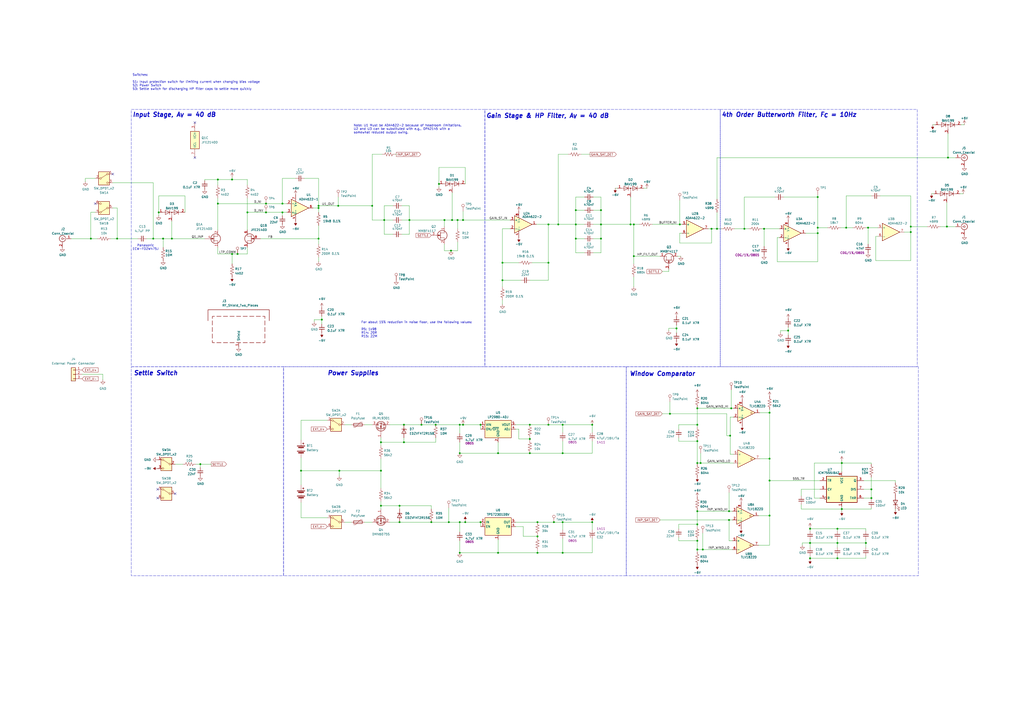
<source format=kicad_sch>
(kicad_sch (version 20250114) (generator "eeschema") (generator_version "9.0")
  (paper "A2")
  (title_block (comment 1 "Nonpolarized capacitors 1206 C0G unless otherwise specified") (comment 2 "All resistors 1% 0603 unless otherwise specified") (comment 3 "X7R Capacitors 0603 unless otherwise specified") (comment 4 "120x78 mm PCB, Hammond 1455K1201 Enclosure"))
  (lib_symbols
    (symbol "Amplifier_Operational:ADA4610-1xR" (pin_names (offset 0.127))
      (property "Reference" "U1" (at 5.08 7.62 0))
      (property "Value" "ADA4622-1" (at 5.08 5.08 0))
      (symbol "ADA4610-1xR_1_1"
        (pin input line (at -7.62 2.54 0) (length 2.54) (name "-") (number "2"))
        (pin input line (at -7.62 -2.54 0) (length 2.54) (name "+") (number "3"))
        (pin power_in line (at -2.54 7.62 270) (length 3.81) (name "V+") (number "7"))
        (pin no_connect line (at -2.54 2.54 270) (length 2.54) (hide yes) (name "NC") (number "1"))
        (pin power_in line (at -2.54 -7.62 90) (length 3.81) (name "V-") (number "4"))
        (pin no_connect line (at 0 2.54 270) (length 2.54) (hide yes) (name "NC") (number "5"))
        (pin no_connect line (at 0 -2.54 90) (length 2.54) (hide yes) (name "NC") (number "8"))
        (pin output line (at 7.62 0 180) (length 2.54) (name "~") (number "6"))
      )
    )
    (symbol "Amplifier_Operational:OPA2191xDGK" (pin_names (offset 0.1))
      (property "Reference" "U2" (at -1.905 0.8347 0))
      (property "Value" "ADA4622-2" (at -1.905 -1.7022 0))
      (symbol "OPA2191xDGK_1_1"
        (pin input line (at -7.62 2.54 0) (length 2.54) (name "+") (number "3"))
        (pin input line (at -7.62 -2.54 0) (length 2.54) (name "-") (number "2"))
        (pin output line (at 7.62 0 180) (length 2.54) (name "~") (number "1"))
      )
      (symbol "OPA2191xDGK_2_1"
        (pin input line (at -7.62 2.54 0) (length 2.54) (name "+") (number "5"))
        (pin input line (at -7.62 -2.54 0) (length 2.54) (name "-") (number "6"))
        (pin output line (at 7.62 0 180) (length 2.54) (name "~") (number "7"))
      )
      (symbol "OPA2191xDGK_3_1"
        (pin power_in line (at -2.54 7.62 270) (length 3.81) (name "V+") (number "8"))
        (pin power_in line (at -2.54 -7.62 90) (length 3.81) (name "V-") (number "4"))
      )
    )
    (symbol "Comparator:TLV1822D" (pin_names (offset 0.127))
      (property "Reference" "U" (at 3.81 3.81 0))
      (property "Value" "TLV1822D" (at 6.35 -3.81 0))
      (symbol "TLV1822D_1_1"
        (pin input line (at -7.62 2.54 0) (length 2.54) (name "+") (number "3"))
        (pin input line (at -7.62 -2.54 0) (length 2.54) (name "-") (number "2"))
        (pin open_collector line (at 7.62 0 180) (length 2.54) (name "~") (number "1"))
      )
      (symbol "TLV1822D_2_1"
        (pin input line (at -7.62 2.54 0) (length 2.54) (name "+") (number "5"))
        (pin input line (at -7.62 -2.54 0) (length 2.54) (name "-") (number "6"))
        (pin output line (at 7.62 0 180) (length 2.54) (name "~") (number "7"))
      )
      (symbol "TLV1822D_3_1"
        (pin power_in line (at -2.54 7.62 270) (length 3.81) (name "V+") (number "8"))
        (pin power_in line (at -2.54 -7.62 90) (length 3.81) (name "V-") (number "4"))
      )
    )
    (symbol "Connector:Conn_Coaxial" (pin_names (offset 1.016) (hide yes))
      (property "Reference" "J" (at 0.254 3.048 0))
      (property "Value" "Conn_Coaxial" (at 2.921 0 90))
      (symbol "Conn_Coaxial_1_1"
        (pin passive line (at -5.08 0 0) (length 2.54) (name "In") (number "1"))
        (pin passive line (at 0 -5.08 90) (length 2.54) (name "Ext") (number "2"))
      )
    )
    (symbol "Connector:TestPoint" (pin_numbers (hide yes)) (pin_names (offset 0.762) (hide yes))
      (property "Reference" "TP" (at 0 6.858 0))
      (property "Value" "TestPoint" (at 0 5.08 0))
      (symbol "TestPoint_1_1"
        (pin passive line (at 0 0 90) (length 2.54) (name "1") (number "1"))
      )
    )
    (symbol "Connector_Generic:Conn_01x03" (pin_names (offset 1.016) (hide yes))
      (property "Reference" "J" (at 0 5.08 0))
      (property "Value" "Conn_01x03" (at 0 -5.08 0))
      (symbol "Conn_01x03_1_1"
        (pin passive line (at -5.08 2.54 0) (length 3.81) (name "Pin_1") (number "1"))
        (pin passive line (at -5.08 0 0) (length 3.81) (name "Pin_2") (number "2"))
        (pin passive line (at -5.08 -2.54 0) (length 3.81) (name "Pin_3") (number "3"))
      )
    )
    (symbol "Device:Battery" (pin_numbers (hide yes)) (pin_names (offset 0) (hide yes))
      (property "Reference" "BT" (at 2.54 2.54 0))
      (property "Value" "Battery" (at 2.54 0 0))
      (symbol "Battery_1_1"
        (pin passive line (at 0 5.08 270) (length 2.54) (name "+") (number "1"))
        (pin passive line (at 0 -5.08 90) (length 2.54) (name "-") (number "2"))
      )
    )
    (symbol "Device:C_Polarized_Small_US" (pin_numbers (hide yes)) (pin_names (offset 0.254) (hide yes))
      (property "Reference" "C" (at 0.254 1.778 0))
      (property "Value" "C_Polarized_Small_US" (at 0.254 -2.032 0))
      (symbol "C_Polarized_Small_US_1_1"
        (pin passive line (at 0 2.54 270) (length 2.032) (name "~") (number "1"))
        (pin passive line (at 0 -2.54 90) (length 2.032) (name "~") (number "2"))
      )
    )
    (symbol "Device:C_Small" (pin_numbers (hide yes)) (pin_names (offset 0.254) (hide yes))
      (property "Reference" "C" (at 0.254 1.778 0))
      (property "Value" "C_Small" (at 0.254 -2.032 0))
      (symbol "C_Small_1_1"
        (pin passive line (at 0 2.54 270) (length 2.032) (name "~") (number "1"))
        (pin passive line (at 0 -2.54 90) (length 2.032) (name "~") (number "2"))
      )
    )
    (symbol "Device:LED" (pin_numbers (hide yes)) (pin_names (offset 1.016) (hide yes))
      (property "Reference" "D" (at 0 2.54 0))
      (property "Value" "LED" (at 0 -2.54 0))
      (symbol "LED_1_1"
        (pin passive line (at -3.81 0 0) (length 2.54) (name "K") (number "1"))
        (pin passive line (at 3.81 0 180) (length 2.54) (name "A") (number "2"))
      )
    )
    (symbol "Device:Polyfuse" (pin_numbers (hide yes)) (pin_names (offset 0))
      (property "Reference" "F" (at -2.54 0 90))
      (property "Value" "Polyfuse" (at 2.54 0 90))
      (symbol "Polyfuse_1_1"
        (pin passive line (at 0 3.81 270) (length 1.27) (name "~") (number "1"))
        (pin passive line (at 0 -3.81 90) (length 1.27) (name "~") (number "2"))
      )
    )
    (symbol "Device:RF_Shield_Two_Pieces" (pin_names (offset 1.016))
      (property "Reference" "J" (at 0 5.08 0))
      (property "Value" "RF_Shield_Two_Pieces" (at 0 2.54 0))
      (symbol "RF_Shield_Two_Pieces_1_1"
        (pin passive line (at 0 -10.16 90) (length 2.54) (name "Shield") (number "1"))
      )
    )
    (symbol "Device:R_US" (pin_numbers (hide yes)) (pin_names (offset 0))
      (property "Reference" "R" (at 2.54 0 90))
      (property "Value" "R_US" (at -2.54 0 90))
      (symbol "R_US_1_1"
        (pin passive line (at 0 3.81 270) (length 1.27) (name "~") (number "1"))
        (pin passive line (at 0 -3.81 90) (length 1.27) (name "~") (number "2"))
      )
    )
    (symbol "Diode:BAV99" (pin_names (hide yes))
      (property "Reference" "D" (at 0 5.08 0))
      (property "Value" "BAV99" (at 0 2.54 0))
      (symbol "BAV99_1_1"
        (pin passive line (at -7.62 0 0) (length 2.54) (name "K") (number "1"))
        (pin passive line (at 0 -5.08 90) (length 2.54) (name "K") (number "3"))
        (pin passive line (at 7.62 0 180) (length 2.54) (name "A") (number "2"))
      )
    )
    (symbol "Diode:DZ2S150X0L" (pin_numbers (hide yes)) (pin_names (hide yes))
      (property "Reference" "D" (at 0 2.54 0))
      (property "Value" "DZ2S150X0L" (at 0 -2.54 0))
      (symbol "DZ2S150X0L_1_1"
        (pin passive line (at -3.81 0 0) (length 2.54) (name "K") (number "1"))
        (pin passive line (at 3.81 0 180) (length 2.54) (name "A") (number "2"))
      )
    )
    (symbol "OPA2191xDGK_4" (pin_names (offset 0.1))
      (property "Reference" "U7" (at 0 8.7798 0))
      (property "Value" "ADA4622-2" (at 0 6.2429 0))
      (symbol "OPA2191xDGK_4_1_1"
        (pin input line (at -7.62 2.54 0) (length 2.54) (name "+") (number "3"))
        (pin input line (at -7.62 -2.54 0) (length 2.54) (name "-") (number "2"))
        (pin output line (at 7.62 0 180) (length 2.54) (name "~") (number "1"))
      )
      (symbol "OPA2191xDGK_4_2_1"
        (pin input line (at -7.62 2.54 0) (length 2.54) (name "+") (number "5"))
        (pin input line (at -7.62 -2.54 0) (length 2.54) (name "-") (number "6"))
        (pin output line (at 7.62 0 180) (length 2.54) (name "~") (number "7"))
      )
      (symbol "OPA2191xDGK_4_3_1"
        (pin power_in line (at -2.54 7.62 270) (length 3.81) (name "V+") (number "8"))
        (pin power_in line (at -2.54 -7.62 90) (length 3.81) (name "V-") (number "4"))
      )
    )
    (symbol "OPA2191xDGK_5" (pin_names (offset 0.1))
      (property "Reference" "U7" (at 0 8.7798 0))
      (property "Value" "ADA4622-2" (at 0 6.2429 0))
      (symbol "OPA2191xDGK_5_1_1"
        (pin input line (at -7.62 2.54 0) (length 2.54) (name "+") (number "3"))
        (pin input line (at -7.62 -2.54 0) (length 2.54) (name "-") (number "2"))
        (pin output line (at 7.62 0 180) (length 2.54) (name "~") (number "1"))
      )
      (symbol "OPA2191xDGK_5_2_1"
        (pin input line (at -7.62 2.54 0) (length 2.54) (name "+") (number "5"))
        (pin input line (at -7.62 -2.54 0) (length 2.54) (name "-") (number "6"))
        (pin output line (at 7.62 0 180) (length 2.54) (name "~") (number "7"))
      )
      (symbol "OPA2191xDGK_5_3_1"
        (pin power_in line (at -2.54 7.62 270) (length 3.81) (name "V+") (number "8"))
        (pin power_in line (at -2.54 -7.62 90) (length 3.81) (name "V-") (number "4"))
      )
    )
    (symbol "OPA2191xDGK_6" (pin_names (offset 0.1))
      (property "Reference" "U7" (at 0 8.7798 0))
      (property "Value" "ADA4622-2" (at 0 6.2429 0))
      (symbol "OPA2191xDGK_6_1_1"
        (pin input line (at -7.62 2.54 0) (length 2.54) (name "+") (number "3"))
        (pin input line (at -7.62 -2.54 0) (length 2.54) (name "-") (number "2"))
        (pin output line (at 7.62 0 180) (length 2.54) (name "~") (number "1"))
      )
      (symbol "OPA2191xDGK_6_2_1"
        (pin input line (at -7.62 2.54 0) (length 2.54) (name "+") (number "5"))
        (pin input line (at -7.62 -2.54 0) (length 2.54) (name "-") (number "6"))
        (pin output line (at 7.62 0 180) (length 2.54) (name "~") (number "7"))
      )
      (symbol "OPA2191xDGK_6_3_1"
        (pin power_in line (at -2.54 7.62 270) (length 3.81) (name "V+") (number "8"))
        (pin power_in line (at -2.54 -7.62 90) (length 3.81) (name "V-") (number "4"))
      )
    )
    (symbol "OPA2191xDGK_7" (pin_names (offset 0.1))
      (property "Reference" "U2" (at -1.905 0.8347 0))
      (property "Value" "ADA4622-2" (at -1.905 -1.7022 0))
      (symbol "OPA2191xDGK_7_1_1"
        (pin input line (at -7.62 2.54 0) (length 2.54) (name "+") (number "3"))
        (pin input line (at -7.62 -2.54 0) (length 2.54) (name "-") (number "2"))
        (pin output line (at 7.62 0 180) (length 2.54) (name "~") (number "1"))
      )
      (symbol "OPA2191xDGK_7_2_1"
        (pin input line (at -7.62 2.54 0) (length 2.54) (name "+") (number "5"))
        (pin input line (at -7.62 -2.54 0) (length 2.54) (name "-") (number "6"))
        (pin output line (at 7.62 0 180) (length 2.54) (name "~") (number "7"))
      )
      (symbol "OPA2191xDGK_7_3_1"
        (pin power_in line (at -2.54 7.62 270) (length 3.81) (name "V+") (number "8"))
        (pin power_in line (at -2.54 -7.62 90) (length 3.81) (name "V-") (number "4"))
      )
    )
    (symbol "OPA2191xDGK_8" (pin_names (offset 0.1))
      (property "Reference" "U2" (at -1.905 0.8347 0))
      (property "Value" "ADA4622-2" (at -1.905 -1.7022 0))
      (symbol "OPA2191xDGK_8_1_1"
        (pin input line (at -7.62 2.54 0) (length 2.54) (name "+") (number "3"))
        (pin input line (at -7.62 -2.54 0) (length 2.54) (name "-") (number "2"))
        (pin output line (at 7.62 0 180) (length 2.54) (name "~") (number "1"))
      )
      (symbol "OPA2191xDGK_8_2_1"
        (pin input line (at -7.62 2.54 0) (length 2.54) (name "+") (number "5"))
        (pin input line (at -7.62 -2.54 0) (length 2.54) (name "-") (number "6"))
        (pin output line (at 7.62 0 180) (length 2.54) (name "~") (number "7"))
      )
      (symbol "OPA2191xDGK_8_3_1"
        (pin power_in line (at -2.54 7.62 270) (length 3.81) (name "V+") (number "8"))
        (pin power_in line (at -2.54 -7.62 90) (length 3.81) (name "V-") (number "4"))
      )
    )
    (symbol "Regulator_Linear:LP2980-ADJ"
      (property "Reference" "U" (at 0 10.16 0))
      (property "Value" "LP2980-ADJ" (at 0 7.62 0))
      (symbol "LP2980-ADJ_1_1"
        (pin power_in line (at -10.16 2.54 0) (length 2.54) (name "VIN") (number "1"))
        (pin input line (at -10.16 0 0) (length 2.54) (name "ON/~{OFF}") (number "3"))
        (pin power_in line (at 0 -7.62 90) (length 2.54) (name "GND") (number "2"))
        (pin power_out line (at 10.16 2.54 180) (length 2.54) (name "VOUT") (number "5"))
        (pin input line (at 10.16 0 180) (length 2.54) (name "ADJ") (number "4"))
      )
    )
    (symbol "Regulator_Linear:TPS72301DBV"
      (property "Reference" "U" (at -6.35 6.35 0))
      (property "Value" "TPS72301DBV" (at 0 6.35 0))
      (symbol "TPS72301DBV_1_1"
        (pin power_in line (at -10.16 2.54 0) (length 2.54) (name "IN") (number "2"))
        (pin input line (at -10.16 0 0) (length 2.54) (name "EN") (number "3"))
        (pin power_in line (at 0 -7.62 90) (length 2.54) (name "GND") (number "1"))
        (pin power_out line (at 10.16 2.54 180) (length 2.54) (name "OUT") (number "5"))
        (pin input line (at 10.16 0 180) (length 2.54) (name "FB") (number "4"))
      )
    )
    (symbol "Switch:SW_DPDT_x2" (pin_names (offset 0) (hide yes))
      (property "Reference" "SW" (at 0 5.08 0))
      (property "Value" "SW_DPDT_x2" (at 0 -5.08 0))
      (symbol "SW_DPDT_x2_1_1"
        (pin passive line (at -5.08 0 0) (length 2.54) (name "B") (number "2"))
        (pin passive line (at 5.08 2.54 180) (length 2.54) (name "A") (number "1"))
        (pin passive line (at 5.08 -2.54 180) (length 2.54) (name "C") (number "3"))
      )
      (symbol "SW_DPDT_x2_2_1"
        (pin passive line (at -5.08 0 0) (length 2.54) (name "B") (number "5"))
        (pin passive line (at 5.08 2.54 180) (length 2.54) (name "A") (number "4"))
        (pin passive line (at 5.08 -2.54 180) (length 2.54) (name "C") (number "6"))
      )
    )
    (symbol "Timer:TLC555xD"
      (property "Reference" "U" (at -10.16 8.89 0))
      (property "Value" "TLC555xD" (at 2.54 8.89 0))
      (symbol "TLC555xD_0_0"
        (pin power_in line (at 0 10.16 270) (length 2.54) (name "VCC") (number "8"))
        (pin power_in line (at 0 -10.16 90) (length 2.54) (name "GND") (number "1"))
      )
      (symbol "TLC555xD_1_1"
        (pin input line (at -12.7 5.08 0) (length 3.81) (name "TR") (number "2"))
        (pin input line (at -12.7 0 0) (length 3.81) (name "CV") (number "5"))
        (pin input inverted (at -12.7 -5.08 0) (length 3.81) (name "R") (number "4"))
        (pin output line (at 12.7 5.08 180) (length 3.81) (name "Q") (number "3"))
        (pin input line (at 12.7 0 180) (length 3.81) (name "DIS") (number "7"))
        (pin input line (at 12.7 -5.08 180) (length 3.81) (name "THR") (number "6"))
      )
    )
    (symbol "Transistor_FET:DMN6075S" (pin_names (offset 0) (hide yes))
      (property "Reference" "Q" (at 5.08 1.905 0))
      (property "Value" "DMN6075S" (at 5.08 0 0))
      (symbol "DMN6075S_1_1"
        (pin input line (at -5.08 0 0) (length 2.54) (name "G") (number "1"))
        (pin passive line (at 2.54 5.08 270) (length 2.54) (name "D") (number "3"))
        (pin passive line (at 2.54 -5.08 90) (length 2.54) (name "S") (number "2"))
      )
    )
    (symbol "Transistor_FET:IRLML9301" (pin_names (hide yes))
      (property "Reference" "Q" (at 5.08 1.905 0))
      (property "Value" "IRLML9301" (at 5.08 0 0))
      (symbol "IRLML9301_1_1"
        (pin input line (at -5.08 0 0) (length 2.54) (name "G") (number "1"))
        (pin passive line (at 2.54 5.08 270) (length 2.54) (name "D") (number "3"))
        (pin passive line (at 2.54 -5.08 90) (length 2.54) (name "S") (number "2"))
      )
    )
    (symbol "Transistor_FET:JFE2140D"
      (property "Reference" "Q" (at 5.08 1.27 0))
      (property "Value" "JFE2140D" (at 8.89 -1.27 0))
      (symbol "JFE2140D_1_1"
        (pin input line (at -5.08 0 0) (length 5.334) (name "~") (number "4"))
        (pin passive line (at 2.54 5.08 270) (length 2.54) (name "~") (number "2"))
        (pin passive line (at 2.54 -5.08 90) (length 2.54) (name "~") (number "1"))
      )
      (symbol "JFE2140D_2_1"
        (pin input line (at -5.08 0 0) (length 5.334) (name "~") (number "8"))
        (pin passive line (at 2.54 5.08 270) (length 2.54) (name "~") (number "6"))
        (pin passive line (at 2.54 -5.08 90) (length 2.54) (name "~") (number "5"))
      )
      (symbol "JFE2140D_3_0"
        (pin passive line (at 0 10.16 270) (length 5.08) (name "VCH") (number "3"))
        (pin passive line (at 0 -10.16 90) (length 5.08) (name "VCL") (number "7"))
      )
    )
    (symbol "Transistor_FET:MMBF4117" (pin_names (hide yes))
      (property "Reference" "Q" (at 5.08 1.905 0))
      (property "Value" "MMBF4117" (at 5.08 0 0))
      (symbol "MMBF4117_1_1"
        (pin input line (at -5.08 0 0) (length 2.54) (name "G") (number "3"))
        (pin passive line (at 2.54 5.08 270) (length 2.54) (name "D") (number "1"))
        (pin passive line (at 2.54 -5.08 90) (length 2.54) (name "S") (number "2"))
      )
    )
    (symbol "power:+6V" (power) (pin_numbers (hide yes)) (pin_names (offset 0) (hide yes))
      (property "Value" "+6V" (at 0 3.556 0))
      (symbol "+6V_1_1"
        (pin power_in line (at 0 0 90) (length 0) (name "~") (number "1"))
      )
    )
    (symbol "power:+9V" (power) (pin_numbers (hide yes)) (pin_names (offset 0) (hide yes))
      (property "Value" "+9V" (at 0 3.556 0))
      (symbol "+9V_1_1"
        (pin power_in line (at 0 0 90) (length 0) (name "~") (number "1"))
      )
    )
    (symbol "power:-6V" (power) (pin_numbers (hide yes)) (pin_names (offset 0) (hide yes))
      (property "Value" "-6V" (at 0 3.556 0))
      (symbol "-6V_0_0"
        (pin power_in line (at 0 0 90) (length 0) (name "~") (number "1"))
      )
    )
    (symbol "power:-9V" (power) (pin_numbers (hide yes)) (pin_names (offset 0) (hide yes))
      (property "Value" "-9V" (at 0 3.556 0))
      (symbol "-9V_1_1"
        (pin power_in line (at 0 0 90) (length 0) (name "~") (number "1"))
      )
    )
    (symbol "power:GND" (power) (pin_numbers (hide yes)) (pin_names (offset 0) (hide yes))
      (property "Value" "GND" (at 0 -3.81 0))
      (symbol "GND_1_1"
        (pin power_in line (at 0 0 270) (length 0) (name "~") (number "1"))
      )
    )
  )
  (rectangle (start 76.2 212.725) (end 164.465 334.01) (stroke (width 0) (type dash)))
  (rectangle (start 164.465 212.725) (end 363.22 334.01) (stroke (width 0) (type dash)))
  (rectangle (start 281.305 63.5) (end 417.83 212.725) (stroke (width 0) (type dash)))
  (rectangle (start 363.22 212.725) (end 532.765 334.01) (stroke (width 0) (type dash)))
  (rectangle (start 417.83 63.5) (end 532.13 212.725) (stroke (width 0) (type dash)))
  (rectangle (start 76.2 63.5) (end 281.305 212.725) (stroke (width 0) (type dash)))
  (text "Panasonic\nECW-FD2W475J" (at 84.455 143.51 0) (effects (font (size 1.27 1.27))))
  (text "Input Stage, A_{V} = 40 dB" (at 76.835 66.675 0) (effects (font (size 2.54 2.54) (thickness 0.508) (bold yes) (italic yes)) (justify left)))
  (text "Switches:\n\nS1: Input protection switch for limiting current when changing bias voltage\nS2: Power Switch\nS3: Settle switch for discharging HP filter caps to settle more quickly" (at 76.835 47.625 0) (effects (font (size 1.27 1.27) (thickness 0.1588)) (justify left)))
  (text "For about 15% reduction in noise floor, use the following values:\n\nR5: 1k98\nR14: 20R\nR15: 22M" (at 209.55 191.135 0) (effects (font (size 1.27 1.27) (thickness 0.1588)) (justify left)))
  (text "Power Supplies" (at 189.865 216.535 0) (effects (font (size 2.54 2.54) (thickness 0.508) (bold yes) (italic yes)) (justify left)))
  (text "4th Order Butterworth Filter, F_{C} = 10Hz" (at 418.465 66.675 0) (effects (font (size 2.54 2.54) (thickness 0.508) (bold yes) (italic yes)) (justify left)))
  (text "Note: U1 Must be ADA4622-2 because of headroom limitations.\nU2 and U3 can be substituted with e.g., OPA2145 with a \nsomewhat reduced output swing." (at 205.105 74.93 0) (effects (font (size 1.27 1.27) (thickness 0.1588)) (justify left)))
  (text "Window Comparator" (at 365.125 218.44 0) (effects (font (size 2.54 2.54) (bold yes) (italic yes)) (justify left bottom)))
  (text "Settle Switch" (at 77.47 216.535 0) (effects (font (size 2.54 2.54) (thickness 0.508) (bold yes) (italic yes)) (justify left)))
  (text "Gain Stage & HP Filter, A_{V} = 40 dB" (at 281.94 67.31 0) (effects (font (size 2.54 2.54) (thickness 0.508) (bold yes) (italic yes)) (justify left)))
  (junction (at 446.405 278.765))
  (junction (at 367.665 130.175))
  (junction (at 367.665 148.59))
  (junction (at 415.925 132.715))
  (junction (at 334.01 138.43))
  (junction (at 307.34 262.89))
  (junction (at 404.495 296.545))
  (junction (at 485.775 306.705))
  (junction (at 326.39 246.38))
  (junction (at 163.83 118.11))
  (junction (at 99.695 138.43))
  (junction (at 528.32 131.445))
  (junction (at 323.85 130.175))
  (junction (at 154.305 118.11))
  (junction (at 474.345 135.255))
  (junction (at 220.98 293.37))
  (junction (at 422.91 296.545))
  (junction (at 505.46 283.845))
  (junction (at 220.98 273.05))
  (junction (at 163.83 123.19))
  (junction (at 260.35 302.895))
  (junction (at 474.345 132.08))
  (junction (at 443.23 132.715))
  (junction (at 261.62 145.415))
  (junction (at 469.9 323.85))
  (junction (at 291.465 152.4))
  (junction (at 406.4 268.605))
  (junction (at 278.765 246.38))
  (junction (at 137.795 147.32))
  (junction (at 457.2 191.77))
  (junction (at 404.495 318.77))
  (junction (at 321.31 302.895))
  (junction (at 469.9 306.705))
  (junction (at 311.785 302.895))
  (junction (at 334.01 130.175))
  (junction (at 549.91 91.44))
  (junction (at 424.18 236.855))
  (junction (at 318.135 246.38))
  (junction (at 326.39 320.675))
  (junction (at 237.49 127.635))
  (junction (at 505.46 288.925))
  (junction (at 488.315 295.275))
  (junction (at 469.9 314.96))
  (junction (at 404.495 304.165))
  (junction (at 116.205 269.24))
  (junction (at 222.885 127.635))
  (junction (at 446.405 299.085))
  (junction (at 215.9 119.38))
  (junction (at 474.345 114.3))
  (junction (at 67.945 138.43))
  (junction (at 266.7 320.675))
  (junction (at 184.785 120.65))
  (junction (at 196.85 273.05))
  (junction (at 446.405 239.395))
  (junction (at 549.275 131.445))
  (junction (at 343.535 302.895))
  (junction (at 94.615 138.43))
  (junction (at 404.495 255.905))
  (junction (at 307.34 246.38))
  (junction (at 231.775 302.895))
  (junction (at 318.135 130.175))
  (junction (at 422.91 301.625))
  (junction (at 311.785 311.15))
  (junction (at 266.7 262.89))
  (junction (at 126.365 118.11))
  (junction (at 431.8 132.715))
  (junction (at 423.545 252.73))
  (junction (at 268.605 127.635))
  (junction (at 334.01 121.92))
  (junction (at 234.315 256.54))
  (junction (at 266.7 246.38))
  (junction (at 88.9 138.43))
  (junction (at 365.76 130.175))
  (junction (at 220.98 256.54))
  (junction (at 488.315 268.605))
  (junction (at 288.925 320.675))
  (junction (at 446.405 266.065))
  (junction (at 528.32 134.62))
  (junction (at 184.785 138.43))
  (junction (at 485.775 314.96))
  (junction (at 404.495 268.605))
  (junction (at 234.315 246.38))
  (junction (at 485.775 323.85))
  (junction (at 326.39 262.89))
  (junction (at 154.305 123.19))
  (junction (at 134.62 147.32))
  (junction (at 288.925 262.89))
  (junction (at 252.73 246.38))
  (junction (at 490.855 132.08))
  (junction (at 268.605 246.38))
  (junction (at 126.365 104.14))
  (junction (at 269.875 302.895))
  (junction (at 174.625 273.05))
  (junction (at 134.62 104.14))
  (junction (at 503.555 132.08))
  (junction (at 184.785 119.38))
  (junction (at 257.81 127.635))
  (junction (at 348.615 138.43))
  (junction (at 392.43 190.5))
  (junction (at 318.135 152.4))
  (junction (at 404.495 313.69))
  (junction (at 326.39 302.895))
  (junction (at 143.51 123.19))
  (junction (at 244.475 246.38))
  (junction (at 262.255 127.635))
  (junction (at 348.615 130.175))
  (junction (at 311.785 320.675))
  (junction (at 196.215 119.38))
  (junction (at 278.765 302.895))
  (junction (at 265.43 127.635))
  (junction (at 502.285 314.96))
  (junction (at 404.495 236.855))
  (junction (at 348.615 121.92))
  (junction (at 266.7 302.895))
  (junction (at 407.67 318.77))
  (junction (at 186.69 185.42))
  (junction (at 231.775 293.37))
  (junction (at 250.19 302.895))
  (junction (at 412.75 132.715))
  (junction (at 343.535 246.38))
  (junction (at 404.495 246.38))
  (junction (at 388.62 240.03))
  (junction (at 92.075 123.19))
  (junction (at 394.335 130.175))
  (junction (at 307.34 254.635))
  (junction (at 291.465 162.56))
  (junction (at 52.705 138.43))
  (junction (at 254.635 106.68))
  (no_connect (at 101.6 286.385))
  (no_connect (at 91.44 283.845))
  (no_connect (at 91.44 288.925))
  (no_connect (at 55.245 118.11))
  (no_connect (at 113.03 71.12))
  (no_connect (at 65.405 100.965))
  (no_connect (at 113.03 91.44))
  (wire (pts (xy 237.49 119.38) (xy 237.49 127.635)))
  (wire (pts (xy 415.925 132.715) (xy 415.925 123.19)))
  (wire (pts (xy 227.965 135.89) (xy 222.885 135.89)))
  (wire (pts (xy 211.455 302.895) (xy 215.9 302.895)))
  (wire (pts (xy 421.64 240.03) (xy 421.64 252.73)))
  (wire (pts (xy 143.51 104.14) (xy 143.51 107.315)))
  (wire (pts (xy 291.465 132.715) (xy 291.465 152.4)))
  (wire (pts (xy 265.43 127.635) (xy 268.605 127.635)))
  (wire (pts (xy 92.075 123.19) (xy 92.075 113.665)))
  (wire (pts (xy 307.34 246.38) (xy 318.135 246.38)))
  (wire (pts (xy 254.635 97.155) (xy 269.875 97.155)))
  (wire (pts (xy 474.345 132.08) (xy 474.345 135.255)))
  (wire (pts (xy 404.495 318.77) (xy 407.67 318.77)))
  (wire (pts (xy 382.905 301.625) (xy 422.91 301.625)))
  (wire (pts (xy 407.67 318.77) (xy 424.815 318.77)))
  (wire (pts (xy 41.275 138.43) (xy 52.705 138.43)))
  (wire (pts (xy 182.245 185.42) (xy 182.245 186.69)))
  (wire (pts (xy 472.44 288.925) (xy 472.44 268.605)))
  (wire (pts (xy 291.465 152.4) (xy 300.99 152.4)))
  (wire (pts (xy 303.53 311.15) (xy 303.53 305.435)))
  (wire (pts (xy 394.335 140.97) (xy 412.75 140.97)))
  (wire (pts (xy 311.15 130.175) (xy 318.135 130.175)))
  (wire (pts (xy 174.625 300.355) (xy 189.865 300.355)))
  (wire (pts (xy 431.8 132.715) (xy 431.8 114.3)))
  (wire (pts (xy 234.315 254) (xy 234.315 256.54)))
  (wire (pts (xy 334.01 121.92) (xy 339.09 121.92)))
  (wire (pts (xy 318.135 246.38) (xy 326.39 246.38)))
  (wire (pts (xy 393.7 304.165) (xy 404.495 304.165)))
  (wire (pts (xy 549.275 117.475) (xy 549.275 131.445)))
  (wire (pts (xy 393.7 246.38) (xy 404.495 246.38)))
  (wire (pts (xy 163.83 123.19) (xy 163.83 125.095)))
  (wire (pts (xy 450.85 151.765) (xy 474.345 151.765)))
  (wire (pts (xy 422.91 301.625) (xy 424.815 301.625)))
  (wire (pts (xy 490.855 132.08) (xy 494.665 132.08)))
  (wire (pts (xy 446.405 299.085) (xy 446.405 316.23)))
  (wire (pts (xy 268.605 246.38) (xy 278.765 246.38)))
  (wire (pts (xy 367.665 160.655) (xy 367.665 166.37)))
  (wire (pts (xy 215.9 89.535) (xy 215.9 119.38)))
  (wire (pts (xy 260.35 294.64) (xy 260.35 302.895)))
  (wire (pts (xy 467.36 135.255) (xy 474.345 135.255)))
  (wire (pts (xy 465.455 314.96) (xy 465.455 316.23)))
  (wire (pts (xy 49.53 103.505) (xy 55.245 103.505)))
  (wire (pts (xy 215.9 119.38) (xy 215.9 127.635)))
  (wire (pts (xy 99.695 128.27) (xy 99.695 138.43)))
  (wire (pts (xy 291.465 152.4) (xy 291.465 162.56)))
  (wire (pts (xy 126.365 118.11) (xy 126.365 133.35)))
  (wire (pts (xy 184.785 119.38) (xy 184.785 103.505)))
  (wire (pts (xy 222.885 127.635) (xy 222.885 119.38)))
  (wire (pts (xy 404.495 236.855) (xy 404.495 246.38)))
  (wire (pts (xy 321.31 302.895) (xy 326.39 302.895)))
  (wire (pts (xy 303.53 305.435) (xy 299.085 305.435)))
  (wire (pts (xy 423.545 252.73) (xy 423.545 263.525)))
  (wire (pts (xy 404.495 255.905) (xy 404.495 268.605)))
  (wire (pts (xy 367.665 148.59) (xy 367.665 130.175)))
  (wire (pts (xy 269.875 302.26) (xy 269.875 302.895)))
  (wire (pts (xy 426.085 132.715) (xy 431.8 132.715)))
  (wire (pts (xy 229.235 89.535) (xy 229.87 89.535)))
  (wire (pts (xy 485.775 323.85) (xy 485.775 322.58)))
  (wire (pts (xy 126.365 104.14) (xy 126.365 107.315)))
  (wire (pts (xy 457.2 189.865) (xy 457.2 191.77)))
  (wire (pts (xy 254.635 106.68) (xy 254.635 108.585)))
  (wire (pts (xy 404.495 246.38) (xy 404.495 247.65)))
  (wire (pts (xy 393.7 313.69) (xy 404.495 313.69)))
  (wire (pts (xy 367.665 153.035) (xy 367.665 148.59)))
  (wire (pts (xy 485.775 314.96) (xy 485.775 317.5)))
  (wire (pts (xy 143.51 114.935) (xy 143.51 123.19)))
  (wire (pts (xy 487.68 132.08) (xy 490.855 132.08)))
  (wire (pts (xy 387.985 190.5) (xy 387.985 191.77)))
  (wire (pts (xy 122.555 269.24) (xy 116.205 269.24)))
  (wire (pts (xy 143.51 147.32) (xy 143.51 143.51)))
  (wire (pts (xy 488.315 268.605) (xy 488.315 273.685)))
  (wire (pts (xy 326.39 302.895) (xy 326.39 307.34)))
  (wire (pts (xy 404.495 236.855) (xy 404.495 236.22)))
  (wire (pts (xy 348.615 138.43) (xy 348.615 146.685)))
  (wire (pts (xy 55.245 123.19) (xy 52.705 123.19)))
  (wire (pts (xy 262.255 111.76) (xy 262.255 127.635)))
  (wire (pts (xy 215.9 127.635) (xy 222.885 127.635)))
  (wire (pts (xy 528.32 131.445) (xy 537.845 131.445)))
  (wire (pts (xy 220.98 256.54) (xy 234.315 256.54)))
  (wire (pts (xy 234.315 256.54) (xy 252.73 256.54)))
  (wire (pts (xy 384.175 157.48) (xy 387.985 157.48)))
  (wire (pts (xy 174.625 273.05) (xy 196.85 273.05)))
  (wire (pts (xy 431.8 132.715) (xy 434.34 132.715)))
  (wire (pts (xy 404.495 304.165) (xy 404.495 305.435)))
  (wire (pts (xy 549.275 131.445) (xy 554.355 131.445)))
  (wire (pts (xy 186.69 185.42) (xy 182.245 185.42)))
  (wire (pts (xy 488.315 295.275) (xy 505.46 295.275)))
  (wire (pts (xy 107.315 113.665) (xy 107.315 123.19)))
  (wire (pts (xy 220.98 293.37) (xy 220.98 295.275)))
  (wire (pts (xy 490.855 132.08) (xy 490.855 113.665)))
  (wire (pts (xy 404.495 268.605) (xy 406.4 268.605)))
  (wire (pts (xy 446.405 278.765) (xy 446.405 299.085)))
  (wire (pts (xy 343.535 312.42) (xy 343.535 320.675)))
  (wire (pts (xy 348.615 121.92) (xy 348.615 130.175)))
  (wire (pts (xy 174.625 243.84) (xy 174.625 255.27)))
  (wire (pts (xy 154.305 118.11) (xy 163.83 118.11)))
  (wire (pts (xy 266.7 262.89) (xy 266.7 256.54)))
  (wire (pts (xy 343.535 255.905) (xy 343.535 262.89)))
  (wire (pts (xy 502.285 132.08) (xy 503.555 132.08)))
  (wire (pts (xy 99.695 138.43) (xy 118.745 138.43)))
  (wire (pts (xy 227.965 127.635) (xy 222.885 127.635)))
  (wire (pts (xy 334.01 114.3) (xy 334.01 121.92)))
  (wire (pts (xy 299.085 302.895) (xy 311.785 302.895)))
  (wire (pts (xy 268.605 127.635) (xy 295.91 127.635)))
  (wire (pts (xy 257.81 127.635) (xy 262.255 127.635)))
  (wire (pts (xy 134.62 102.87) (xy 134.62 104.14)))
  (wire (pts (xy 134.62 104.14) (xy 126.365 104.14)))
  (wire (pts (xy 469.9 313.055) (xy 469.9 314.96)))
  (wire (pts (xy 348.615 138.43) (xy 348.615 130.175)))
  (wire (pts (xy 404.495 313.69) (xy 404.495 318.77)))
  (wire (pts (xy 260.35 302.895) (xy 266.7 302.895)))
  (wire (pts (xy 200.025 302.895) (xy 203.835 302.895)))
  (wire (pts (xy 244.475 246.38) (xy 252.73 246.38)))
  (wire (pts (xy 126.365 143.51) (xy 126.365 147.32)))
  (wire (pts (xy 457.2 191.77) (xy 452.755 191.77)))
  (wire (pts (xy 392.43 190.5) (xy 387.985 190.5)))
  (wire (pts (xy 143.51 123.19) (xy 154.305 123.19)))
  (wire (pts (xy 184.785 123.19) (xy 184.785 120.65)))
  (wire (pts (xy 268.605 246.38) (xy 266.7 246.38)))
  (wire (pts (xy 184.785 120.65) (xy 181.61 120.65)))
  (wire (pts (xy 220.98 273.05) (xy 220.98 283.21)))
  (wire (pts (xy 143.51 123.19) (xy 143.51 133.35)))
  (wire (pts (xy 488.315 268.605) (xy 505.46 268.605)))
  (wire (pts (xy 250.19 293.37) (xy 250.19 295.275)))
  (wire (pts (xy 215.9 89.535) (xy 221.615 89.535)))
  (wire (pts (xy 393.7 306.705) (xy 393.7 304.165)))
  (wire (pts (xy 469.9 314.96) (xy 465.455 314.96)))
  (wire (pts (xy 92.075 123.19) (xy 92.075 125.095)))
  (wire (pts (xy 446.405 237.49) (xy 446.405 239.395)))
  (wire (pts (xy 339.09 130.175) (xy 334.01 130.175)))
  (wire (pts (xy 404.495 318.77) (xy 404.495 320.04)))
  (wire (pts (xy 278.765 302.895) (xy 269.875 302.895)))
  (wire (pts (xy 509.27 137.16) (xy 508 137.16)))
  (wire (pts (xy 464.82 292.735) (xy 464.82 295.275)))
  (wire (pts (xy 184.785 149.225) (xy 184.785 151.765)))
  (wire (pts (xy 394.335 130.175) (xy 395.605 130.175)))
  (wire (pts (xy 464.82 295.275) (xy 488.315 295.275)))
  (wire (pts (xy 541.02 72.39) (xy 542.29 72.39)))
  (wire (pts (xy 505.46 288.925) (xy 501.015 288.925)))
  (wire (pts (xy 343.535 320.675) (xy 326.39 320.675)))
  (wire (pts (xy 311.785 311.15) (xy 311.785 311.785)))
  (wire (pts (xy 446.405 239.395) (xy 446.405 266.065)))
  (wire (pts (xy 126.365 114.935) (xy 126.365 118.11)))
  (wire (pts (xy 269.875 97.155) (xy 269.875 106.68)))
  (wire (pts (xy 64.135 138.43) (xy 67.945 138.43)))
  (wire (pts (xy 266.7 251.46) (xy 266.7 246.38)))
  (wire (pts (xy 266.7 313.69) (xy 266.7 320.675)))
  (wire (pts (xy 134.62 147.32) (xy 137.795 147.32)))
  (wire (pts (xy 475.615 288.925) (xy 472.44 288.925)))
  (wire (pts (xy 261.62 145.415) (xy 265.43 145.415)))
  (wire (pts (xy 469.9 306.07) (xy 469.9 306.705)))
  (wire (pts (xy 231.775 293.37) (xy 250.19 293.37)))
  (wire (pts (xy 505.46 294.64) (xy 505.46 295.275)))
  (wire (pts (xy 94.615 138.43) (xy 94.615 143.51)))
  (wire (pts (xy 184.785 138.43) (xy 184.785 141.605)))
  (wire (pts (xy 174.625 243.84) (xy 189.865 243.84)))
  (wire (pts (xy 474.345 151.765) (xy 474.345 135.255)))
  (wire (pts (xy 67.945 120.65) (xy 67.945 138.43)))
  (wire (pts (xy 454.66 114.3) (xy 474.345 114.3)))
  (wire (pts (xy 407.67 309.245) (xy 407.67 318.77)))
  (wire (pts (xy 502.285 314.96) (xy 502.285 313.055)))
  (wire (pts (xy 126.365 118.11) (xy 154.305 118.11)))
  (wire (pts (xy 348.615 146.685) (xy 344.17 146.685)))
  (wire (pts (xy 557.53 72.39) (xy 559.435 72.39)))
  (wire (pts (xy 318.135 152.4) (xy 318.135 130.175)))
  (wire (pts (xy 469.9 314.96) (xy 485.775 314.96)))
  (wire (pts (xy 505.46 276.86) (xy 505.46 283.845)))
  (wire (pts (xy 424.18 236.855) (xy 425.45 236.855)))
  (wire (pts (xy 464.82 283.845) (xy 464.82 287.655)))
  (wire (pts (xy 549.91 77.47) (xy 549.91 91.44)))
  (wire (pts (xy 116.205 269.24) (xy 116.205 271.145)))
  (wire (pts (xy 392.43 188.595) (xy 392.43 190.5)))
  (wire (pts (xy 257.81 141.605) (xy 257.81 145.415)))
  (wire (pts (xy 211.455 246.38) (xy 215.9 246.38)))
  (wire (pts (xy 326.39 255.905) (xy 326.39 262.89)))
  (wire (pts (xy 404.495 255.27) (xy 404.495 255.905)))
  (wire (pts (xy 404.495 296.545) (xy 404.495 304.165)))
  (wire (pts (xy 343.535 302.895) (xy 326.39 302.895)))
  (wire (pts (xy 469.9 306.705) (xy 469.9 307.975)))
  (wire (pts (xy 422.91 301.625) (xy 422.91 313.69)))
  (wire (pts (xy 469.9 306.705) (xy 485.775 306.705)))
  (wire (pts (xy 116.205 269.24) (xy 113.665 269.24)))
  (wire (pts (xy 291.465 173.99) (xy 291.465 176.53)))
  (wire (pts (xy 348.615 114.3) (xy 348.615 121.92)))
  (wire (pts (xy 373.38 109.22) (xy 375.285 109.22)))
  (wire (pts (xy 344.17 114.3) (xy 348.615 114.3)))
  (wire (pts (xy 134.62 147.32) (xy 134.62 153.035)))
  (wire (pts (xy 334.01 138.43) (xy 334.01 146.685)))
  (wire (pts (xy 184.785 138.43) (xy 184.785 130.81)))
  (wire (pts (xy 415.925 132.715) (xy 418.465 132.715)))
  (wire (pts (xy 184.785 120.65) (xy 184.785 119.38)))
  (wire (pts (xy 231.775 302.895) (xy 250.19 302.895)))
  (wire (pts (xy 237.49 127.635) (xy 257.81 127.635)))
  (wire (pts (xy 196.215 114.3) (xy 196.215 119.38)))
  (wire (pts (xy 237.49 127.635) (xy 233.045 127.635)))
  (wire (pts (xy 288.925 320.675) (xy 288.925 313.055)))
  (wire (pts (xy 265.43 127.635) (xy 265.43 132.715)))
  (wire (pts (xy 291.465 162.56) (xy 302.26 162.56)))
  (wire (pts (xy 392.43 190.5) (xy 392.43 193.04)))
  (wire (pts (xy 226.06 302.895) (xy 231.775 302.895)))
  (wire (pts (xy 423.545 241.935) (xy 425.45 241.935)))
  (wire (pts (xy 266.7 320.675) (xy 288.925 320.675)))
  (wire (pts (xy 406.4 262.89) (xy 406.4 268.605)))
  (wire (pts (xy 356.87 109.22) (xy 358.14 109.22)))
  (wire (pts (xy 508 137.16) (xy 508 151.13)))
  (wire (pts (xy 443.23 142.875) (xy 443.23 132.715)))
  (wire (pts (xy 501.015 283.845) (xy 505.46 283.845)))
  (wire (pts (xy 365.76 114.3) (xy 365.76 130.175)))
  (wire (pts (xy 528.32 151.13) (xy 528.32 134.62)))
  (wire (pts (xy 415.925 91.44) (xy 549.91 91.44)))
  (wire (pts (xy 422.91 285.75) (xy 422.91 296.545)))
  (wire (pts (xy 220.98 254) (xy 220.98 256.54)))
  (wire (pts (xy 488.315 295.275) (xy 488.315 294.005)))
  (wire (pts (xy 446.405 278.765) (xy 475.615 278.765)))
  (wire (pts (xy 469.9 323.85) (xy 469.9 322.58)))
  (wire (pts (xy 367.665 130.175) (xy 370.84 130.175)))
  (wire (pts (xy 137.795 147.32) (xy 143.51 147.32)))
  (wire (pts (xy 311.785 311.15) (xy 303.53 311.15)))
  (wire (pts (xy 472.44 268.605) (xy 488.315 268.605)))
  (wire (pts (xy 237.49 135.89) (xy 237.49 127.635)))
  (wire (pts (xy 508 151.13) (xy 528.32 151.13)))
  (wire (pts (xy 184.785 103.505) (xy 176.53 103.505)))
  (wire (pts (xy 503.555 141.605) (xy 503.555 132.08)))
  (wire (pts (xy 334.01 114.3) (xy 339.09 114.3)))
  (wire (pts (xy 196.85 273.05) (xy 196.85 276.225)))
  (wire (pts (xy 343.535 302.895) (xy 343.535 307.34)))
  (wire (pts (xy 220.98 256.54) (xy 220.98 258.445)))
  (wire (pts (xy 88.9 138.43) (xy 94.615 138.43)))
  (wire (pts (xy 134.62 104.14) (xy 143.51 104.14)))
  (wire (pts (xy 311.785 319.405) (xy 311.785 320.675)))
  (wire (pts (xy 311.785 310.515) (xy 311.785 311.15)))
  (wire (pts (xy 393.065 148.59) (xy 394.97 148.59)))
  (wire (pts (xy 299.085 246.38) (xy 307.34 246.38)))
  (wire (pts (xy 186.69 183.515) (xy 186.69 185.42)))
  (wire (pts (xy 545.465 131.445) (xy 549.275 131.445)))
  (wire (pts (xy 174.625 281.305) (xy 174.625 273.05)))
  (wire (pts (xy 196.215 119.38) (xy 215.9 119.38)))
  (wire (pts (xy 421.64 240.03) (xy 388.62 240.03)))
  (wire (pts (xy 502.285 323.85) (xy 502.285 322.58)))
  (wire (pts (xy 404.495 296.545) (xy 422.91 296.545)))
  (wire (pts (xy 423.545 252.73) (xy 423.545 241.935)))
  (wire (pts (xy 262.255 127.635) (xy 265.43 127.635)))
  (wire (pts (xy 452.12 137.795) (xy 450.85 137.795)))
  (wire (pts (xy 446.405 266.065) (xy 446.405 278.765)))
  (wire (pts (xy 404.495 236.855) (xy 424.18 236.855)))
  (wire (pts (xy 528.32 131.445) (xy 528.32 134.62)))
  (wire (pts (xy 519.43 278.765) (xy 519.43 280.035)))
  (wire (pts (xy 394.335 116.205) (xy 394.335 130.175)))
  (wire (pts (xy 326.39 312.42) (xy 326.39 320.675)))
  (wire (pts (xy 318.135 130.175) (xy 323.85 130.175)))
  (wire (pts (xy 406.4 268.605) (xy 425.45 268.605)))
  (wire (pts (xy 326.39 320.675) (xy 311.785 320.675)))
  (wire (pts (xy 65.405 106.045) (xy 88.9 106.045)))
  (wire (pts (xy 59.69 217.17) (xy 59.69 220.345)))
  (wire (pts (xy 307.34 262.89) (xy 288.925 262.89)))
  (wire (pts (xy 233.045 119.38) (xy 237.49 119.38)))
  (wire (pts (xy 342.265 89.535) (xy 337.185 89.535)))
  (wire (pts (xy 186.69 185.42) (xy 186.69 187.96)))
  (wire (pts (xy 474.345 132.08) (xy 474.345 114.3)))
  (wire (pts (xy 415.925 115.57) (xy 415.925 91.44)))
  (wire (pts (xy 329.565 89.535) (xy 323.85 89.535)))
  (wire (pts (xy 502.285 306.705) (xy 502.285 307.975)))
  (wire (pts (xy 393.7 311.785) (xy 393.7 313.69)))
  (wire (pts (xy 88.9 106.045) (xy 88.9 138.43)))
  (wire (pts (xy 318.135 162.56) (xy 318.135 152.4)))
  (wire (pts (xy 404.495 295.91) (xy 404.495 296.545)))
  (wire (pts (xy 278.765 246.38) (xy 278.765 248.92)))
  (wire (pts (xy 505.46 268.605) (xy 505.46 269.24)))
  (wire (pts (xy 52.705 138.43) (xy 56.515 138.43)))
  (wire (pts (xy 92.075 113.665) (xy 107.315 113.665)))
  (wire (pts (xy 367.665 148.59) (xy 382.905 148.59)))
  (wire (pts (xy 326.39 246.38) (xy 326.39 250.825)))
  (wire (pts (xy 422.91 296.545) (xy 424.815 296.545)))
  (wire (pts (xy 339.09 146.685) (xy 334.01 146.685)))
  (wire (pts (xy 237.49 135.89) (xy 233.045 135.89)))
  (wire (pts (xy 220.98 266.065) (xy 220.98 273.05)))
  (wire (pts (xy 222.885 119.38) (xy 227.965 119.38)))
  (wire (pts (xy 234.315 246.38) (xy 244.475 246.38)))
  (wire (pts (xy 323.85 89.535) (xy 323.85 130.175)))
  (wire (pts (xy 67.945 138.43) (xy 80.01 138.43)))
  (wire (pts (xy 423.545 263.525) (xy 425.45 263.525)))
  (wire (pts (xy 475.615 283.845) (xy 464.82 283.845)))
  (wire (pts (xy 412.75 140.97) (xy 412.75 132.715)))
  (wire (pts (xy 220.98 293.37) (xy 231.775 293.37)))
  (wire (pts (xy 474.345 113.03) (xy 474.345 114.3)))
  (wire (pts (xy 422.91 313.69) (xy 424.815 313.69)))
  (wire (pts (xy 440.055 299.085) (xy 446.405 299.085)))
  (wire (pts (xy 485.775 306.705) (xy 502.285 306.705)))
  (wire (pts (xy 469.9 324.485) (xy 469.9 323.85)))
  (wire (pts (xy 257.81 145.415) (xy 261.62 145.415)))
  (wire (pts (xy 311.785 302.895) (xy 321.31 302.895)))
  (wire (pts (xy 469.9 323.85) (xy 485.775 323.85)))
  (wire (pts (xy 424.18 226.06) (xy 424.18 236.855)))
  (wire (pts (xy 65.405 120.65) (xy 67.945 120.65)))
  (wire (pts (xy 196.85 273.05) (xy 220.98 273.05)))
  (wire (pts (xy 395.605 135.255) (xy 394.335 135.255)))
  (wire (pts (xy 387.985 156.21) (xy 387.985 157.48)))
  (wire (pts (xy 184.785 119.38) (xy 196.215 119.38)))
  (wire (pts (xy 163.83 103.505) (xy 163.83 118.11)))
  (wire (pts (xy 378.46 130.175) (xy 394.335 130.175)))
  (wire (pts (xy 388.62 240.03) (xy 388.62 233.045)))
  (wire (pts (xy 288.925 262.89) (xy 266.7 262.89)))
  (wire (pts (xy 254.635 106.68) (xy 254.635 97.155)))
  (wire (pts (xy 450.85 137.795) (xy 450.85 151.765)))
  (wire (pts (xy 151.13 138.43) (xy 184.785 138.43)))
  (wire (pts (xy 307.34 162.56) (xy 318.135 162.56)))
  (wire (pts (xy 49.53 105.41) (xy 49.53 103.505)))
  (wire (pts (xy 307.34 254.635) (xy 307.34 255.27)))
  (wire (pts (xy 288.925 262.89) (xy 288.925 256.54)))
  (wire (pts (xy 505.46 283.845) (xy 505.46 288.925)))
  (wire (pts (xy 94.615 138.43) (xy 99.695 138.43)))
  (wire (pts (xy 85.09 138.43) (xy 88.9 138.43)))
  (wire (pts (xy 307.34 254.635) (xy 307.34 254)))
  (wire (pts (xy 343.535 246.38) (xy 326.39 246.38)))
  (wire (pts (xy 367.665 130.175) (xy 365.76 130.175)))
  (wire (pts (xy 348.615 138.43) (xy 344.17 138.43)))
  (wire (pts (xy 490.855 113.665) (xy 505.46 113.665)))
  (wire (pts (xy 252.73 246.38) (xy 266.7 246.38)))
  (wire (pts (xy 222.885 127.635) (xy 222.885 135.89)))
  (wire (pts (xy 47.625 217.17) (xy 59.69 217.17)))
  (wire (pts (xy 268.605 122.555) (xy 268.605 127.635)))
  (wire (pts (xy 488.315 295.275) (xy 488.315 296.545)))
  (wire (pts (xy 404.495 313.055) (xy 404.495 313.69)))
  (wire (pts (xy 469.9 314.96) (xy 469.9 317.5)))
  (wire (pts (xy 220.98 290.83) (xy 220.98 293.37)))
  (wire (pts (xy 300.99 248.92) (xy 300.99 254.635)))
  (wire (pts (xy 457.2 191.77) (xy 457.2 194.31)))
  (wire (pts (xy 326.39 262.89) (xy 307.34 262.89)))
  (wire (pts (xy 388.62 240.03) (xy 384.175 240.03)))
  (wire (pts (xy 269.875 302.895) (xy 266.7 302.895)))
  (wire (pts (xy 163.83 118.11) (xy 166.37 118.11)))
  (wire (pts (xy 393.7 254) (xy 393.7 255.905)))
  (wire (pts (xy 524.51 134.62) (xy 528.32 134.62)))
  (wire (pts (xy 174.625 291.465) (xy 174.625 300.355)))
  (wire (pts (xy 101.6 269.24) (xy 106.045 269.24)))
  (wire (pts (xy 300.99 254.635) (xy 307.34 254.635)))
  (wire (pts (xy 488.315 267.335) (xy 488.315 268.605)))
  (wire (pts (xy 485.775 313.055) (xy 485.775 314.96)))
  (wire (pts (xy 278.765 302.895) (xy 278.765 305.435)))
  (wire (pts (xy 323.85 130.175) (xy 334.01 130.175)))
  (wire (pts (xy 440.69 266.065) (xy 446.405 266.065)))
  (wire (pts (xy 154.305 123.19) (xy 163.83 123.19)))
  (wire (pts (xy 440.055 316.23) (xy 446.405 316.23)))
  (wire (pts (xy 485.775 323.85) (xy 502.285 323.85)))
  (wire (pts (xy 480.06 132.08) (xy 474.345 132.08)))
  (wire (pts (xy 348.615 130.175) (xy 365.76 130.175)))
  (wire (pts (xy 452.755 191.77) (xy 452.755 193.04)))
  (wire (pts (xy 265.43 140.335) (xy 265.43 145.415)))
  (wire (pts (xy 502.285 314.96) (xy 502.285 317.5)))
  (wire (pts (xy 505.46 288.925) (xy 505.46 289.56)))
  (wire (pts (xy 431.8 114.3) (xy 449.58 114.3)))
  (wire (pts (xy 344.17 130.175) (xy 348.615 130.175)))
  (wire (pts (xy 441.96 132.715) (xy 443.23 132.715)))
  (wire (pts (xy 540.385 112.395) (xy 541.655 112.395)))
  (wire (pts (xy 252.73 256.54) (xy 252.73 254)))
  (wire (pts (xy 421.64 252.73) (xy 423.545 252.73)))
  (wire (pts (xy 404.495 268.605) (xy 404.495 269.24)))
  (wire (pts (xy 446.405 239.395) (xy 440.69 239.395)))
  (wire (pts (xy 501.015 278.765) (xy 519.43 278.765)))
  (wire (pts (xy 308.61 152.4) (xy 318.135 152.4)))
  (wire (pts (xy 334.01 130.175) (xy 334.01 138.43)))
  (wire (pts (xy 250.19 302.895) (xy 260.35 302.895)))
  (wire (pts (xy 412.75 132.715) (xy 415.925 132.715)))
  (wire (pts (xy 231.775 293.37) (xy 231.775 295.275)))
  (wire (pts (xy 343.535 262.89) (xy 326.39 262.89)))
  (wire (pts (xy 171.45 103.505) (xy 163.83 103.505)))
  (wire (pts (xy 528.32 113.665) (xy 528.32 131.445)))
  (wire (pts (xy 334.01 130.175) (xy 334.01 121.92)))
  (wire (pts (xy 126.365 147.32) (xy 134.62 147.32)))
  (wire (pts (xy 291.465 162.56) (xy 291.465 166.37)))
  (wire (pts (xy 163.83 123.19) (xy 166.37 123.19)))
  (wire (pts (xy 394.335 135.255) (xy 394.335 140.97)))
  (wire (pts (xy 503.555 132.08) (xy 509.27 132.08)))
  (wire (pts (xy 295.91 132.715) (xy 291.465 132.715)))
  (wire (pts (xy 549.91 91.44) (xy 554.355 91.44)))
  (wire (pts (xy 485.775 306.705) (xy 485.775 307.975)))
  (wire (pts (xy 344.17 121.92) (xy 348.615 121.92)))
  (wire (pts (xy 299.085 248.92) (xy 300.99 248.92)))
  (wire (pts (xy 519.43 295.275) (xy 519.43 295.91)))
  (wire (pts (xy 393.7 248.92) (xy 393.7 246.38)))
  (wire (pts (xy 118.745 104.14) (xy 126.365 104.14)))
  (wire (pts (xy 510.54 113.665) (xy 528.32 113.665)))
  (wire (pts (xy 410.845 132.715) (xy 412.75 132.715)))
  (wire (pts (xy 343.535 246.38) (xy 343.535 250.825)))
  (wire (pts (xy 556.895 112.395) (xy 558.8 112.395)))
  (wire (pts (xy 257.81 127.635) (xy 257.81 131.445)))
  (wire (pts (xy 443.23 132.715) (xy 452.12 132.715)))
  (wire (pts (xy 52.705 123.19) (xy 52.705 138.43)))
  (wire (pts (xy 339.09 138.43) (xy 334.01 138.43)))
  (wire (pts (xy 200.025 246.38) (xy 203.835 246.38)))
  (wire (pts (xy 393.7 255.905) (xy 404.495 255.905)))
  (wire (pts (xy 266.7 302.895) (xy 266.7 308.61)))
  (wire (pts (xy 485.775 314.96) (xy 502.285 314.96)))
  (wire (pts (xy 226.06 246.38) (xy 234.315 246.38)))
  (wire (pts (xy 118.745 104.775) (xy 118.745 104.14)))
  (wire (pts (xy 174.625 273.05) (xy 174.625 265.43)))
  (wire (pts (xy 311.785 320.675) (xy 288.925 320.675)))
  (label "INP_WIND_LO" (at 410.845 318.77 0))
  (label "INP_WIND_HI" (at 410.21 296.545 0))
  (label "HP_FILT_OUT" (at 369.57 148.59 0))
  (label "GAIN_WIND_HI" (at 409.575 236.855 0))
  (label "D_NI" (at 147.32 118.11 0))
  (label "LTP_COMM" (at 127 147.32 0))
  (label "GAIN_WIND_LO" (at 410.21 268.605 0))
  (label "D_INV" (at 147.32 123.19 0))
  (label "555_TR" (at 459.74 278.765 0))
  (label "BUFFER_NI" (at 382.27 130.175 0))
  (label "FB" (at 155.575 138.43 0))
  (label "GAIN_ST_IN" (at 283.845 127.635 0))
  (label "U1_OUT" (at 186.69 119.38 0))
  (label "Q1_INP" (at 111.125 138.43 0))
  (global_label "GAIN_SAT_DET" (shape output) (at 342.265 89.535 0) (property "Intersheetrefs" "${INTERSHEET_REFS}" (effects (hide yes))))
  (global_label "SETTLE" (shape input) (at 250.19 136.525 180) (property "Intersheetrefs" "${INTERSHEET_REFS}" (effects (hide yes))))
  (global_label "EXT_V-" (shape input) (at 189.865 305.435 180) (effects (font (thickness 0.1588))) (property "Intersheetrefs" "${INTERSHEET_REFS}" (effects (hide yes))))
  (global_label "SETTLE" (shape input) (at 384.175 157.48 180) (property "Intersheetrefs" "${INTERSHEET_REFS}" (effects (hide yes))))
  (global_label "EXT_V+" (shape input) (at 47.625 214.63 0) (effects (font (thickness 0.1588))) (property "Intersheetrefs" "${INTERSHEET_REFS}" (effects (hide yes))))
  (global_label "SETTLE" (shape output) (at 122.555 269.24 0) (property "Intersheetrefs" "${INTERSHEET_REFS}" (effects (hide yes))))
  (global_label "GAIN_SAT_DET" (shape input) (at 384.175 240.03 180) (property "Intersheetrefs" "${INTERSHEET_REFS}" (effects (hide yes))))
  (global_label "EXT_V+" (shape input) (at 189.865 248.92 180) (effects (font (thickness 0.1588))) (property "Intersheetrefs" "${INTERSHEET_REFS}" (effects (hide yes))))
  (global_label "INP_SAT_DET" (shape output) (at 229.87 89.535 0) (property "Intersheetrefs" "${INTERSHEET_REFS}" (effects (hide yes))))
  (global_label "INP_SAT_DET" (shape input) (at 382.905 301.625 180) (property "Intersheetrefs" "${INTERSHEET_REFS}" (effects (hide yes))))
  (global_label "EXT_V-" (shape input) (at 47.625 219.71 0) (effects (font (thickness 0.1588))) (property "Intersheetrefs" "${INTERSHEET_REFS}" (effects (hide yes))))
  (symbol (lib_id "Device:R_US") (at 422.275 132.715 270) (unit 1)
    (property "Reference" "R10" (at 422.275 127.508 90))
    (property "Value" "56k2" (at 422.275 129.8194 90))
    (property "Footprint" "Resistor_SMD:R_0603_1608Metric" (effects (hide yes)))
    (property "Mouser P/N" "754-RR0816P-5622D73C" (effects (hide yes)))
    (property "Vendor" "754-RR0816P-5622D73C" (effects (hide yes)))
  )
  (symbol (lib_id "Device:R_US") (at 438.15 132.715 270) (unit 1)
    (property "Reference" "R11" (at 438.15 127.508 90))
    (property "Value" "200k" (at 438.15 129.8194 90))
    (property "Footprint" "Resistor_SMD:R_0603_1608Metric" (effects (hide yes)))
    (property "Mouser P/N" "754-RR0816P-204D" (effects (hide yes)))
    (property "Vendor" "754-RR0816P-204D" (effects (hide yes)))
  )
  (symbol (lib_id "Device:C_Small") (at 452.12 114.3 270) (unit 1)
    (property "Reference" "C6" (at 452.12 109.22 90))
    (property "Value" "470nF" (at 452.12 111.125 90))
    (property "Footprint" "Capacitor_SMD:C_1206_3216Metric" (effects (hide yes)))
    (property "Field4" " C0G/1%" (effects (hide yes)))
    (property "In stock" "X" (effects (hide yes)))
    (property "P/N" "GRM31C5C1E474JE01L" (effects (hide yes)))
    (property "Digikey Price" "0.429" (effects (hide yes)))
  )
  (symbol (lib_id "power:GND") (at 443.23 147.955 0) (unit 1)
    (property "Reference" "#PWR019" (effects (hide yes)))
    (property "Value" "GND" (at 443.357 152.3492 0))
    (property "Description" "Power symbol creates a global label with name \"GND\" , ground" (effects (hide yes)))
  )
  (symbol (lib_id "Device:R_US") (at 483.87 132.08 270) (unit 1)
    (property "Reference" "R8" (at 483.87 126.873 90))
    (property "Value" "18k7" (at 483.87 129.1844 90))
    (property "Footprint" "Resistor_SMD:R_0603_1608Metric" (effects (hide yes)))
    (property "Mouser P/N" "754-RR0816P-1872D27C" (effects (hide yes)))
    (property "Vendor" "754-RR0816P-1872D27C" (effects (hide yes)))
  )
  (symbol (lib_id "Device:R_US") (at 498.475 132.08 270) (unit 1)
    (property "Reference" "R9" (at 498.475 126.873 90))
    (property "Value" "604k" (at 498.475 129.1844 90))
    (property "Footprint" "Resistor_SMD:R_0603_1608Metric" (effects (hide yes)))
    (property "Mouser P/N" "603-RT0603DRE07604KL" (effects (hide yes)))
    (property "Vendor" "603-RT0603DRE07604KL" (effects (hide yes)))
  )
  (symbol (lib_id "power:GND") (at 503.555 146.685 0) (unit 1)
    (property "Reference" "#PWR018" (effects (hide yes)))
    (property "Value" "GND" (at 503.682 151.0792 0))
    (property "Description" "Power symbol creates a global label with name \"GND\" , ground" (effects (hide yes)))
  )
  (symbol (lib_id "Device:C_Small") (at 443.23 145.415 180) (unit 1)
    (property "Reference" "C17" (at 436.245 142.875 0) (effects (justify right)))
    (property "Value" "47nF" (at 436.245 145.415 0) (effects (justify right)))
    (property "Footprint" "Capacitor_SMD:C_0805_2012Metric" (effects (hide yes)))
    (property "Field4" " C0G/1%/0805" (at 425.45 147.955 0) (effects (justify right)))
    (property "P/N" "C0805C473K3GECTU" (effects (hide yes)))
    (property "Digikey Price" "0.31" (effects (hide yes)))
  )
  (symbol (lib_id "Device:C_Small") (at 508 113.665 270) (unit 1)
    (property "Reference" "C5" (at 508 108.585 90))
    (property "Value" "470nF" (at 508 110.49 90))
    (property "Footprint" "Capacitor_SMD:C_1206_3216Metric" (effects (hide yes)))
    (property "Field4" " C0G/1%" (effects (hide yes)))
    (property "In stock" "X" (effects (hide yes)))
    (property "P/N" "GRM31C5C1E474JE01L" (effects (hide yes)))
    (property "Digikey Price" "0.429" (effects (hide yes)))
  )
  (symbol (lib_id "Device:C_Small") (at 503.555 144.145 180) (unit 1)
    (property "Reference" "C16" (at 496.57 141.605 0) (effects (justify right)))
    (property "Value" "47nF" (at 496.57 144.145 0) (effects (justify right)))
    (property "Footprint" "Capacitor_SMD:C_0805_2012Metric" (effects (hide yes)))
    (property "Field4" " C0G/1%/0805" (at 486.41 146.685 0) (effects (justify right)))
    (property "P/N" "C0805C473K3GECTU" (effects (hide yes)))
    (property "Digikey Price" "0.31" (effects (hide yes)))
  )
  (symbol (lib_id "Connector:TestPoint") (at 229.87 162.56 0) (unit 1)
    (property "Reference" "TP8" (at 231.3432 159.5628 0) (effects (justify left)))
    (property "Value" "TestPoint" (at 231.3432 161.8742 0) (effects (justify left)))
    (property "Footprint" "TestPoint:TestPoint_Pad_D1.0mm" (effects (hide yes)))
  )
  (symbol (lib_id "power:GND") (at 229.87 162.56 0) (unit 1)
    (property "Reference" "#PWR024" (effects (hide yes)))
    (property "Value" "GND" (at 229.997 166.9542 0))
    (property "Description" "Power symbol creates a global label with name \"GND\" , ground" (effects (hide yes)))
  )
  (symbol (lib_id "Device:R_US") (at 265.43 136.525 0) (unit 1)
    (property "Reference" "R12" (at 267.97 135.2549 0) (effects (justify left)))
    (property "Value" "10M" (at 267.97 137.7949 0) (effects (justify left)))
    (property "Footprint" "Resistor_SMD:R_0603_1608Metric" (effects (hide yes)))
    (property "In stock" "X" (effects (hide yes)))
  )
  (symbol (lib_id "power:GND") (at 91.44 266.7 270) (unit 1)
    (property "Reference" "#PWR043" (effects (hide yes)))
    (property "Value" "GND" (at 87.63 266.6999 90) (effects (justify right)))
    (property "Description" "Power symbol creates a global label with name \"GND\" , ground" (effects (hide yes)))
  )
  (symbol (lib_id "power:GND") (at 184.785 151.765 0) (unit 1)
    (property "Reference" "#PWR022" (effects (hide yes)))
    (property "Value" "GND" (at 184.912 156.1592 0))
    (property "Description" "Power symbol creates a global label with name \"GND\" , ground" (effects (hide yes)))
  )
  (symbol (lib_id "power:GND") (at 452.755 193.04 0) (unit 1)
    (property "Reference" "#PWR033" (effects (hide yes)))
    (property "Value" "GND" (at 452.882 197.4342 0))
    (property "Description" "Power symbol creates a global label with name \"GND\" , ground" (effects (hide yes)))
  )
  (symbol (lib_id "power:-6V") (at 404.495 276.86 180) (unit 1)
    (property "Reference" "#PWR047" (effects (hide yes)))
    (property "Value" "-6V" (at 404.495 280.67 0))
    (property "Description" "Power symbol creates a global label with name \"-6V\"" (effects (hide yes)))
  )
  (symbol (lib_id "power:GND") (at 559.435 96.52 0) (unit 1)
    (property "Reference" "#PWR060" (effects (hide yes)))
    (property "Value" "GND" (at 559.562 100.9142 0))
    (property "Description" "Power symbol creates a global label with name \"GND\" , ground" (effects (hide yes)))
  )
  (symbol (lib_id "Device:C_Small") (at 163.83 127.635 0) (unit 1)
    (property "Reference" "C9" (at 161.29 126.3712 0) (effects (justify right)))
    (property "Value" "22nF" (at 161.29 128.9112 0) (effects (justify right)))
    (property "Footprint" "Capacitor_SMD:C_1206_3216Metric" (effects (hide yes)))
    (property "Field4" " C0G/1%" (effects (hide yes)))
    (property "In stock" "X" (effects (hide yes)))
    (property "P/N" "GRT3195C2A223JA02D" (effects (hide yes)))
    (property "Digikey Price" "0.35" (effects (hide yes)))
  )
  (symbol (lib_id "Transistor_FET:MMBF4117") (at 387.985 151.13 90) (unit 1)
    (property "Reference" "Q3" (at 387.985 143.3408 90))
    (property "Value" "MMBF4117" (at 387.985 145.8777 90))
    (property "Footprint" "Package_TO_SOT_SMD:SOT-23" (effects (hide yes)))
    (property "Datasheet" "https://www.mouser.com/datasheet/2/308/1/MMBF4117_D-3150161.pdf" (effects (hide yes)))
    (property "P/N" "MMBF4117" (effects (hide yes)))
    (property "Digikey Price" "0.56" (effects (hide yes)))
  )
  (symbol (lib_id "Device:R_US") (at 404.495 273.05 0) (unit 1)
    (property "Reference" "R26" (at 406.4 271.7799 0) (effects (justify left)))
    (property "Value" "604k" (at 406.4 274.3199 0) (effects (justify left)))
    (property "Footprint" "Resistor_SMD:R_0603_1608Metric" (effects (hide yes)))
    (property "In stock" "X" (effects (hide yes)))
  )
  (symbol (lib_id "power:-6V") (at 343.535 302.895 0) (unit 1)
    (property "Reference" "#PWR049" (effects (hide yes)))
    (property "Value" "-6V" (at 343.535 298.45 0))
    (property "Description" "Power symbol creates a global label with name \"-6V\"" (effects (hide yes)))
  )
  (symbol (lib_id "power:+6V") (at 488.315 267.335 0) (unit 1)
    (property "Reference" "#PWR044" (effects (hide yes)))
    (property "Value" "+6V" (at 488.315 262.255 0))
    (property "Description" "Power symbol creates a global label with name \"+6V\"" (effects (hide yes)))
  )
  (symbol (lib_id "power:-6V") (at 300.99 137.795 180) (unit 1)
    (property "Reference" "#PWR014" (effects (hide yes)))
    (property "Value" "-6V" (at 300.99 141.605 0))
    (property "Description" "Power symbol creates a global label with name \"-6V\"" (effects (hide yes)))
  )
  (symbol (lib_name "OPA2191xDGK_7") (lib_id "Amplifier_Operational:OPA2191xDGK") (at 459.74 135.255 0) (unit 3)
    (property "Reference" "U3" (effects (hide yes)))
    (property "Value" "ADA4622-2" (effects (hide yes)))
    (property "Footprint" "Package_SO:SOIC-8_3.9x4.9mm_P1.27mm" (effects (hide yes)))
    (property "Datasheet" "https://www.analog.com/media/en/technical-documentation/data-sheets/ada4622-1-4622-2-4622-4.pdf" (effects (hide yes)))
    (property "P/N" "ADA4622-2-ARZ" (effects (hide yes)))
    (property "Digikey Price" "8.17" (effects (hide yes)))
  )
  (symbol (lib_id "Device:R_US") (at 311.785 306.705 180) (unit 1)
    (property "Reference" "R28" (at 314.325 305.4349 0) (effects (justify right)))
    (property "Value" "39k" (at 314.325 307.9749 0) (effects (justify right)))
    (property "Footprint" "Resistor_SMD:R_0603_1608Metric" (effects (hide yes)))
    (property "In stock" "X" (effects (hide yes)))
  )
  (symbol (lib_id "Device:C_Small") (at 485.775 320.04 180) (unit 1)
    (property "Reference" "C38" (at 488.95 318.7635 0) (effects (justify right)))
    (property "Value" "0.1uF X7R" (at 488.95 321.3035 0) (effects (justify right)))
    (property "Footprint" "Capacitor_SMD:C_0603_1608Metric" (effects (hide yes)))
    (property "Field4" " C0G/1%" (effects (hide yes)))
    (property "P/N" "GCJ188R71H104KA12D" (effects (hide yes)))
    (property "Digikey Price" "0.072" (effects (hide yes)))
  )
  (symbol (lib_id "power:+6V") (at 392.43 183.515 0) (unit 1)
    (property "Reference" "#PWR028" (effects (hide yes)))
    (property "Value" "+6V" (at 392.43 178.435 0))
    (property "Description" "Power symbol creates a global label with name \"+6V\"" (effects (hide yes)))
  )
  (symbol (lib_id "power:GND") (at 163.83 130.175 0) (unit 1)
    (property "Reference" "#PWR012" (effects (hide yes)))
    (property "Value" "GND" (at 163.957 134.5692 0))
    (property "Description" "Power symbol creates a global label with name \"GND\" , ground" (effects (hide yes)))
  )
  (symbol (lib_id "Device:C_Small") (at 341.63 121.92 270) (unit 1)
    (property "Reference" "C8" (at 341.63 116.84 90))
    (property "Value" "470nF" (at 341.63 118.745 90))
    (property "Footprint" "Capacitor_SMD:C_1206_3216Metric" (effects (hide yes)))
    (property "Field4" " C0G/1%" (effects (hide yes)))
    (property "In stock" "X" (effects (hide yes)))
    (property "P/N" "GRM31C5C1E474JE01L" (effects (hide yes)))
    (property "Digikey Price" "0.429" (effects (hide yes)))
  )
  (symbol (lib_id "power:+6V") (at 430.53 231.775 0) (unit 1)
    (property "Reference" "#PWR064" (effects (hide yes)))
    (property "Value" "+6V" (at 430.53 227.33 0))
    (property "Description" "Power symbol creates a global label with name \"+6V\"" (effects (hide yes)))
  )
  (symbol (lib_id "Connector:TestPoint") (at 318.135 246.38 0) (unit 1)
    (property "Reference" "TP14" (at 319.532 242.2433 0) (effects (justify left)))
    (property "Value" "TestPoint" (at 319.532 244.7802 0) (effects (justify left)))
    (property "Footprint" "TestPoint:TestPoint_Pad_D1.0mm" (effects (hide yes)))
  )
  (symbol (lib_id "Regulator_Linear:LP2980-ADJ") (at 288.925 248.92 0) (unit 1)
    (property "Reference" "U5" (at 288.925 239.395 0))
    (property "Value" "LP2980-ADJ" (at 288.925 241.935 0))
    (property "Footprint" "Package_TO_SOT_SMD:SOT-23-5" (effects (hide yes)))
    (property "Datasheet" "http://www.ti.com/lit/ds/symlink/lp2980-adj.pdf" (effects (hide yes)))
    (property "Description" "50mA 15V Low-noise Low-dropout Regulator, 1.23-15V adjustable output voltage, SOT-23-5" (effects (hide yes)))
    (property "P/N" "LP2980IM5-ADJ/NOPB" (effects (hide yes)))
    (property "Digikey Price" "0.76" (effects (hide yes)))
  )
  (symbol (lib_id "Device:C_Small") (at 502.285 310.515 180) (unit 1)
    (property "Reference" "C39" (at 505.46 309.2385 0) (effects (justify right)))
    (property "Value" "0.1uF X7R" (at 505.46 311.7785 0) (effects (justify right)))
    (property "Footprint" "Capacitor_SMD:C_0603_1608Metric" (effects (hide yes)))
    (property "Field4" " C0G/1%" (effects (hide yes)))
    (property "P/N" "GCJ188R71H104KA12D" (effects (hide yes)))
    (property "Digikey Price" "0.072" (effects (hide yes)))
  )
  (symbol (lib_id "Device:R_US") (at 252.73 250.19 0) (unit 1)
    (property "Reference" "R37" (at 255.27 248.9199 0) (effects (justify left)))
    (property "Value" "10M" (at 255.27 251.4599 0) (effects (justify left)))
    (property "Footprint" "Resistor_SMD:R_0603_1608Metric" (effects (hide yes)))
    (property "In stock" "X" (effects (hide yes)))
  )
  (symbol (lib_id "Diode:DZ2S150X0L") (at 231.775 299.085 270) (unit 1)
    (property "Reference" "D6" (at 234.95 297.8149 90) (effects (justify left)))
    (property "Value" "EDZVFHT2R15B" (at 234.95 300.3549 90) (effects (justify left)))
    (property "Footprint" "Diode_SMD:D_SOD-523" (effects (hide yes)))
    (property "Datasheet" "https://industrial.panasonic.com/content/data/SC/ds/ds4/DZ2S15000L_E.pdf" (effects (hide yes)))
    (property "Description" "150mW Silicon Planar Zener Diode, 15V, SOD-523" (effects (hide yes)))
    (property "P/N" "EDZVFHT2R15B" (effects (hide yes)))
    (property "Digikey Price" "0.18" (effects (hide yes)))
  )
  (symbol (lib_id "Device:R_US") (at 220.98 287.02 0) (unit 1)
    (property "Reference" "R34" (at 222.631 286.1853 0) (effects (justify left)))
    (property "Value" "56k2" (at 222.631 288.7222 0) (effects (justify left)))
    (property "Footprint" "Resistor_SMD:R_0603_1608Metric" (effects (hide yes)))
    (property "Mouser P/N" "754-RR0816P-5622D73C" (effects (hide yes)))
    (property "Vendor" "754-RR0816P-5622D73C" (effects (hide yes)))
  )
  (symbol (lib_id "Connector:Conn_Coaxial") (at 559.435 91.44 0) (unit 1)
    (property "Reference" "J5" (at 559.1176 85.9136 0))
    (property "Value" "Conn_Coaxial" (at 559.1176 88.4505 0))
    (property "Footprint" "Connector_Coaxial:BNC_Amphenol_B6252HB-NPP3G-50_Horizontal" (effects (hide yes)))
    (property "Description" "coaxial connector (BNC, SMA, SMB, SMC, Cinch/RCA, LEMO, ...)" (effects (hide yes)))
    (property "P/N" "CONBNC002" (effects (hide yes)))
    (property "Digikey Price" "2.05" (effects (hide yes)))
  )
  (symbol (lib_id "Connector:TestPoint") (at 474.345 113.03 0) (unit 1)
    (property "Reference" "TP1" (at 475.742 108.8933 0) (effects (justify left)))
    (property "Value" "TestPoint" (effects (hide yes)))
    (property "Footprint" "TestPoint:TestPoint_Pad_D1.0mm" (effects (hide yes)))
  )
  (symbol (lib_id "Device:C_Small") (at 326.39 309.88 180) (unit 1)
    (property "Reference" "C31" (at 329.565 308.6035 0) (effects (justify right)))
    (property "Value" "4.7uF X7R" (at 329.565 311.1435 0) (effects (justify right)))
    (property "Footprint" "Capacitor_SMD:C_0805_2012Metric" (effects (hide yes)))
    (property "Field4" "0805" (at 332.105 313.69 0))
    (property "P/N" "GRM21BZ71E475KE15L" (effects (hide yes)))
    (property "Digikey Price" "0.25" (effects (hide yes)))
  )
  (symbol (lib_id "power:GND") (at 92.075 125.095 0) (unit 1)
    (property "Reference" "#PWR09" (effects (hide yes)))
    (property "Value" "GND" (at 92.202 129.4892 0))
    (property "Description" "Power symbol creates a global label with name \"GND\" , ground" (effects (hide yes)))
  )
  (symbol (lib_id "power:+6V") (at 300.99 122.555 0) (unit 1)
    (property "Reference" "#PWR08" (effects (hide yes)))
    (property "Value" "+6V" (at 300.99 118.745 0))
    (property "Description" "Power symbol creates a global label with name \"+6V\"" (effects (hide yes)))
  )
  (symbol (lib_id "Device:C_Small") (at 82.55 138.43 90) (unit 1)
    (property "Reference" "C13" (at 82.5563 131.445 90))
    (property "Value" "4.7uF PP" (at 82.5563 133.985 90))
    (property "Footprint" "Capacitor_THT:C_Rect_L24.0mm_W10.9mm_P22.50mm_MKT" (effects (hide yes)))
    (property "Description" "Unpolarized capacitor, small symbol" (effects (hide yes)))
    (property "P/N" " ECW-FD2W475J" (effects (hide yes)))
    (property "Digikey Price" "1.63" (effects (hide yes)))
  )
  (symbol (lib_id "Device:R_US") (at 184.785 127 180) (unit 1)
    (property "Reference" "R5" (at 187.325 125.7299 0) (effects (justify right)))
    (property "Value" "19k8 0.1%" (at 187.325 128.2699 0) (effects (justify right)))
    (property "Footprint" "Resistor_SMD:R_0603_1608Metric" (effects (hide yes)))
    (property "In stock" "X" (effects (hide yes)))
  )
  (symbol (lib_id "Connector:TestPoint") (at 388.62 233.045 0) (unit 1)
    (property "Reference" "TP9" (at 390.017 228.9083 0) (effects (justify left)))
    (property "Value" "TestPoint" (at 390.017 231.4452 0) (effects (justify left)))
    (property "Footprint" "TestPoint:TestPoint_Pad_D1.0mm" (effects (hide yes)))
  )
  (symbol (lib_id "power:-6V") (at 540.385 112.395 180) (unit 1)
    (property "Reference" "#PWR055" (effects (hide yes)))
    (property "Value" "-6V" (at 540.385 116.205 0))
    (property "Description" "Power symbol creates a global label with name \"-6V\"" (effects (hide yes)))
  )
  (symbol (lib_id "Device:R_US") (at 404.495 323.85 0) (unit 1)
    (property "Reference" "R33" (at 406.146 323.0153 0) (effects (justify left)))
    (property "Value" "604k" (at 406.146 325.5522 0) (effects (justify left)))
    (property "Footprint" "Resistor_SMD:R_0603_1608Metric" (effects (hide yes)))
    (property "In stock" "X" (effects (hide yes)))
  )
  (symbol (lib_id "power:-6V") (at 134.62 160.655 180) (unit 1)
    (property "Reference" "#PWR023" (effects (hide yes)))
    (property "Value" "-6V" (at 134.62 165.1 0))
    (property "Description" "Power symbol creates a global label with name \"-6V\"" (effects (hide yes)))
  )
  (symbol (lib_id "Device:C_Small") (at 505.46 292.1 180) (unit 1)
    (property "Reference" "C35" (at 507.7968 290.9316 0) (effects (justify right)))
    (property "Value" "100nF" (at 507.7968 293.243 0) (effects (justify right)))
    (property "Footprint" "Capacitor_SMD:C_1206_3216Metric" (effects (hide yes)))
    (property "In stock" "X" (effects (hide yes)))
    (property "P/N" "GRM3195C1H104JA05D" (effects (hide yes)))
    (property "Digikey Price" "0.35" (effects (hide yes)))
  )
  (symbol (lib_id "Device:C_Small") (at 502.285 320.04 180) (unit 1)
    (property "Reference" "C40" (at 505.46 318.7635 0) (effects (justify right)))
    (property "Value" "0.1uF X7R" (at 505.46 321.3035 0) (effects (justify right)))
    (property "Footprint" "Capacitor_SMD:C_0603_1608Metric" (effects (hide yes)))
    (property "Field4" " C0G/1%" (effects (hide yes)))
    (property "P/N" "GCJ188R71H104KA12D" (effects (hide yes)))
    (property "Digikey Price" "0.072" (effects (hide yes)))
  )
  (symbol (lib_id "Device:R_US") (at 94.615 147.32 0) (unit 1)
    (property "Reference" "R15" (at 95.885 145.6436 0) (effects (justify left)))
    (property "Value" "10M" (at 95.885 147.955 0) (effects (justify left)))
    (property "Footprint" "Resistor_SMD:R_0603_1608Metric" (effects (hide yes)))
    (property "In stock" "X" (effects (hide yes)))
  )
  (symbol (lib_id "Device:R_US") (at 220.98 262.255 0) (unit 1)
    (property "Reference" "R36" (at 222.631 261.4203 0) (effects (justify left)))
    (property "Value" "56k2" (at 222.631 263.9572 0) (effects (justify left)))
    (property "Footprint" "Resistor_SMD:R_0603_1608Metric" (effects (hide yes)))
    (property "Mouser P/N" "754-RR0816P-5622D73C" (effects (hide yes)))
    (property "Vendor" "754-RR0816P-5622D73C" (effects (hide yes)))
  )
  (symbol (lib_id "Device:R_US") (at 307.34 259.08 0) (unit 1)
    (property "Reference" "R24" (at 309.88 257.8099 0) (effects (justify left)))
    (property "Value" "10k" (at 309.88 260.3499 0) (effects (justify left)))
    (property "Footprint" "Resistor_SMD:R_0603_1608Metric" (effects (hide yes)))
    (property "In stock" "X" (effects (hide yes)))
  )
  (symbol (lib_id "Comparator:TLV1822D") (at 432.435 299.085 0) (unit 3)
    (property "Reference" "U8" (effects (hide yes)))
    (property "Value" "TLV1822D" (effects (hide yes)))
    (property "Footprint" "Package_SO:SOIC-8_3.9x4.9mm_P1.27mm" (effects (hide yes)))
    (property "Datasheet" "http://www.ti.com/lit/ds/symlink/lmv331.pdf" (effects (hide yes)))
    (property "P/N" "TLV1822DR" (effects (hide yes)))
    (property "Digikey Price" "1.89" (effects (hide yes)))
  )
  (symbol (lib_id "Device:R_US") (at 404.495 251.46 0) (unit 1)
    (property "Reference" "R23" (at 398.78 250.825 0) (effects (justify left)))
    (property "Value" "10M" (at 398.78 252.73 0) (effects (justify left)))
    (property "Footprint" "Resistor_SMD:R_0603_1608Metric" (effects (hide yes)))
    (property "In stock" "X" (effects (hide yes)))
  )
  (symbol (lib_id "power:+6V") (at 559.435 72.39 0) (unit 1)
    (property "Reference" "#PWR059" (effects (hide yes)))
    (property "Value" "+6V" (at 559.435 68.58 0))
    (property "Description" "Power symbol creates a global label with name \"+6V\"" (effects (hide yes)))
  )
  (symbol (lib_id "power:+6V") (at 457.2 184.785 0) (unit 1)
    (property "Reference" "#PWR029" (effects (hide yes)))
    (property "Value" "+6V" (at 457.2 179.705 0))
    (property "Description" "Power symbol creates a global label with name \"+6V\"" (effects (hide yes)))
  )
  (symbol (lib_id "Device:C_Small") (at 392.43 195.58 180) (unit 1)
    (property "Reference" "C24" (at 395.605 194.3035 0) (effects (justify right)))
    (property "Value" "0.1uF X7R" (at 395.605 196.8435 0) (effects (justify right)))
    (property "Footprint" "Capacitor_SMD:C_0603_1608Metric" (effects (hide yes)))
    (property "Field4" " C0G/1%" (effects (hide yes)))
    (property "P/N" "GCJ188R71H104KA12D" (effects (hide yes)))
    (property "Digikey Price" "0.072" (effects (hide yes)))
  )
  (symbol (lib_id "Connector:TestPoint") (at 196.215 114.3 0) (unit 1)
    (property "Reference" "TP2" (at 197.6882 111.3028 0) (effects (justify left)))
    (property "Value" "TestPoint" (at 197.6882 113.6142 0) (effects (justify left)))
    (property "Footprint" "TestPoint:TestPoint_Pad_D1.0mm" (effects (hide yes)))
  )
  (symbol (lib_id "Device:C_Small") (at 186.69 180.975 180) (unit 1)
    (property "Reference" "C20" (at 189.865 179.6985 0) (effects (justify right)))
    (property "Value" "0.1uF X7R" (at 189.865 182.2385 0) (effects (justify right)))
    (property "Footprint" "Capacitor_SMD:C_0603_1608Metric" (effects (hide yes)))
    (property "Field4" " C0G/1%" (effects (hide yes)))
    (property "P/N" "GCJ188R71H104KA12D" (effects (hide yes)))
    (property "Digikey Price" "0.072" (effects (hide yes)))
  )
  (symbol (lib_id "Device:R_US") (at 367.665 156.845 0) (unit 1)
    (property "Reference" "R18" (at 369.3922 155.6766 0) (effects (justify left)))
    (property "Value" "680k" (at 369.3922 157.988 0) (effects (justify left)))
    (property "Footprint" "Resistor_SMD:R_0603_1608Metric" (effects (hide yes)))
    (property "In stock" "X" (effects (hide yes)))
  )
  (symbol (lib_id "power:-6V") (at 356.87 109.22 180) (unit 1)
    (property "Reference" "#PWR04" (effects (hide yes)))
    (property "Value" "-6V" (at 356.87 113.03 0))
    (property "Description" "Power symbol creates a global label with name \"-6V\"" (effects (hide yes)))
  )
  (symbol (lib_id "power:+6V") (at 186.69 178.435 0) (unit 1)
    (property "Reference" "#PWR027" (effects (hide yes)))
    (property "Value" "+6V" (at 186.69 173.355 0))
    (property "Description" "Power symbol creates a global label with name \"+6V\"" (effects (hide yes)))
  )
  (symbol (lib_id "power:GND") (at 261.62 145.415 0) (unit 1)
    (property "Reference" "#PWR017" (effects (hide yes)))
    (property "Value" "GND" (at 261.747 149.8092 0))
    (property "Description" "Power symbol creates a global label with name \"GND\" , ground" (effects (hide yes)))
  )
  (symbol (lib_id "power:GND") (at 182.245 186.69 0) (unit 1)
    (property "Reference" "#PWR030" (effects (hide yes)))
    (property "Value" "GND" (at 182.372 191.0842 0))
    (property "Description" "Power symbol creates a global label with name \"GND\" , ground" (effects (hide yes)))
  )
  (symbol (lib_id "Switch:SW_DPDT_x2") (at 96.52 286.385 0) (mirror y) (unit 2)
    (property "Reference" "SW3" (at 96.52 277.495 0))
    (property "Value" "SW_DPDT_x2" (at 96.52 280.035 0))
    (property "Footprint" "Footprints:SW_DPDT_E-Switch_100DP1T2B4M7QE" (effects (hide yes)))
    (property "Description" "Switch, dual pole double throw, separate symbols" (effects (hide yes)))
    (property "P/N" "100DP1T1B4M7QE" (effects (hide yes)))
    (property "Digikey Price" "5.17" (effects (hide yes)))
  )
  (symbol (lib_id "Device:C_Small") (at 173.99 103.505 270) (unit 1)
    (property "Reference" "C1" (at 173.99 98.425 90))
    (property "Value" "22nF" (at 173.99 100.33 90))
    (property "Footprint" "Capacitor_SMD:C_1206_3216Metric" (effects (hide yes)))
    (property "Field4" " C0G/1%" (effects (hide yes)))
    (property "In stock" "X" (effects (hide yes)))
    (property "P/N" "GRT3195C2A223JA02D" (effects (hide yes)))
    (property "Digikey Price" "0.35" (effects (hide yes)))
  )
  (symbol (lib_id "Device:R_US") (at 404.495 292.1 0) (unit 1)
    (property "Reference" "R30" (at 406.146 291.2653 0) (effects (justify left)))
    (property "Value" "604k" (at 406.146 293.8022 0) (effects (justify left)))
    (property "Footprint" "Resistor_SMD:R_0603_1608Metric" (effects (hide yes)))
    (property "In stock" "X" (effects (hide yes)))
  )
  (symbol (lib_id "Device:C_Small") (at 266.7 254 180) (unit 1)
    (property "Reference" "C29" (at 269.875 252.7235 0) (effects (justify right)))
    (property "Value" "4.7uF X7R" (at 269.875 255.2635 0) (effects (justify right)))
    (property "Footprint" "Capacitor_SMD:C_0805_2012Metric" (effects (hide yes)))
    (property "Field4" "0805" (at 272.415 257.175 0))
    (property "P/N" "GRM21BZ71E475KE15L" (effects (hide yes)))
    (property "Digikey Price" "0.25" (effects (hide yes)))
  )
  (symbol (lib_id "Diode:DZ2S150X0L") (at 234.315 250.19 270) (unit 1)
    (property "Reference" "D7" (at 237.49 248.9199 90) (effects (justify left)))
    (property "Value" "EDZVFHT2R15B" (at 237.49 251.4599 90) (effects (justify left)))
    (property "Footprint" "Diode_SMD:D_SOD-523" (effects (hide yes)))
    (property "Datasheet" "https://industrial.panasonic.com/content/data/SC/ds/ds4/DZ2S15000L_E.pdf" (effects (hide yes)))
    (property "Description" "150mW Silicon Planar Zener Diode, 15V, SOD-523" (effects (hide yes)))
    (property "P/N" "EDZVFHT2R15B" (effects (hide yes)))
    (property "Digikey Price" "0.18" (effects (hide yes)))
  )
  (symbol (lib_id "power:GND") (at 266.7 262.89 0) (unit 1)
    (property "Reference" "#PWR042" (effects (hide yes)))
    (property "Value" "GND" (at 266.7 267.97 0))
    (property "Description" "Power symbol creates a global label with name \"GND\" , ground" (effects (hide yes)))
  )
  (symbol (lib_id "Device:C_Small") (at 457.2 196.85 180) (unit 1)
    (property "Reference" "C25" (at 460.375 195.5735 0) (effects (justify right)))
    (property "Value" "0.1uF X7R" (at 460.375 198.1135 0) (effects (justify right)))
    (property "Footprint" "Capacitor_SMD:C_0603_1608Metric" (effects (hide yes)))
    (property "Field4" " C0G/1%" (effects (hide yes)))
    (property "P/N" "GCJ188R71H104KA12D" (effects (hide yes)))
    (property "Digikey Price" "0.072" (effects (hide yes)))
  )
  (symbol (lib_id "power:-6V") (at 186.69 193.04 180) (unit 1)
    (property "Reference" "#PWR032" (effects (hide yes)))
    (property "Value" "-6V" (at 186.69 197.485 0))
    (property "Description" "Power symbol creates a global label with name \"-6V\"" (effects (hide yes)))
  )
  (symbol (lib_id "Transistor_FET:IRLML9301") (at 220.98 248.92 90) (unit 1)
    (property "Reference" "Q5" (at 220.98 240.03 90))
    (property "Value" "IRLML9301" (at 220.98 242.57 90))
    (property "Footprint" "Package_TO_SOT_SMD:SOT-23" (effects (hide yes)))
    (property "Datasheet" "https://www.infineon.com/dgdl/irlml9301pbf.pdf?fileId=5546d462533600a401535668e5e42640" (effects (hide yes)))
    (property "Description" "-3.6A Id, -30V Vds, 64mOhm Rds, P-Channel HEXFET Power MOSFET, SOT-23" (effects (hide yes)))
    (property "P/N" "IRLML9301TRPBF" (effects (hide yes)))
    (property "Digikey Price" "0.43" (effects (hide yes)))
  )
  (symbol (lib_id "Connector:TestPoint") (at 260.35 294.64 0) (unit 1)
    (property "Reference" "TP17" (at 261.747 290.5033 0) (effects (justify left)))
    (property "Value" "TestPoint" (at 261.747 293.0402 0) (effects (justify left)))
    (property "Footprint" "TestPoint:TestPoint_Pad_D1.0mm" (effects (hide yes)))
  )
  (symbol (lib_id "power:GND") (at 59.69 220.345 0) (unit 1)
    (property "Reference" "#PWR058" (effects (hide yes)))
    (property "Value" "GND" (at 59.69 225.425 0))
    (property "Description" "Power symbol creates a global label with name \"GND\" , ground" (effects (hide yes)))
  )
  (symbol (lib_id "Device:RF_Shield_Two_Pieces") (at 138.43 191.135 0) (unit 1)
    (property "Reference" "J3" (at 128.905 174.6281 0) (effects (justify left)))
    (property "Value" "RF_Shield_Two_Pieces" (at 128.905 177.165 0) (effects (justify left)))
    (property "Footprint" "RF_Shielding:Laird_Technologies_BMI-S-209-F_29.36x18.50mm" (effects (hide yes)))
    (property "Mouser P/N" "739-BMI-S-206-F" (effects (hide yes)))
    (property "Vendor" "BMI-S-206-F" (effects (hide yes)))
    (property "P/N" "BMI_S_209" (effects (hide yes)))
    (property "Digikey Price" "3.77" (effects (hide yes)))
  )
  (symbol (lib_id "power:+6V") (at 429.895 291.465 0) (unit 1)
    (property "Reference" "#PWR065" (effects (hide yes)))
    (property "Value" "+6V" (at 429.895 287.655 0))
    (property "Description" "Power symbol creates a global label with name \"+6V\"" (effects (hide yes)))
  )
  (symbol (lib_id "power:+6V") (at 469.9 306.07 0) (unit 1)
    (property "Reference" "#PWR061" (effects (hide yes)))
    (property "Value" "+6V" (at 469.9 300.99 0))
    (property "Description" "Power symbol creates a global label with name \"+6V\"" (effects (hide yes)))
  )
  (symbol (lib_id "Transistor_FET:JFE2140D") (at 123.825 138.43 0) (unit 1)
    (property "Reference" "Q1" (at 113.665 130.175 0) (effects (justify left)))
    (property "Value" "JFE2140D" (at 113.665 132.715 0) (effects (justify left)))
    (property "Footprint" "Package_SO:SOIC-8_3.9x4.9mm_P1.27mm" (effects (hide yes)))
    (property "Datasheet" "https://www.ti.com/lit/ds/symlink/jfe2140.pdf" (effects (hide yes)))
    (property "Description" "Ultra-Low Noise, Matched, Dual, Low-Gate Current, Discrete, Audio, N‑Channel JFET, SOIC-8" (effects (hide yes)))
    (property "P/N" "JFE2140DR" (effects (hide yes)))
    (property "Digikey Price" "4.64" (effects (hide yes)))
  )
  (symbol (lib_id "Device:C_Small") (at 304.8 162.56 270) (unit 1)
    (property "Reference" "C19" (at 304.8 157.48 90))
    (property "Value" "22nF" (at 304.8 159.385 90))
    (property "Footprint" "Capacitor_SMD:C_1206_3216Metric" (effects (hide yes)))
    (property "Field4" " C0G/1%" (effects (hide yes)))
    (property "In stock" "X" (effects (hide yes)))
    (property "P/N" "GRT3195C2A223JA02D" (effects (hide yes)))
    (property "Digikey Price" "0.35" (effects (hide yes)))
  )
  (symbol (lib_id "Connector:TestPoint") (at 407.67 309.245 0) (unit 1)
    (property "Reference" "TP13" (at 409.067 305.1083 0) (effects (justify left)))
    (property "Value" "TestPoint" (at 409.067 307.6452 0) (effects (justify left)))
    (property "Footprint" "TestPoint:TestPoint_Pad_D1.0mm" (effects (hide yes)))
  )
  (symbol (lib_id "Device:Polyfuse") (at 207.645 302.895 90) (unit 1)
    (property "Reference" "F2" (at 207.645 296.545 90))
    (property "Value" "Polyfuse" (at 207.645 299.085 90))
    (property "Footprint" "Fuse:Fuse_1206_3216Metric" (effects (hide yes)))
    (property "Description" "Resettable fuse, polymeric positive temperature coefficient" (effects (hide yes)))
    (property "P/N" "0ZCJ0020FF2E" (effects (hide yes)))
    (property "Digikey Price" "0.17" (effects (hide yes)))
  )
  (symbol (lib_id "Connector:TestPoint") (at 424.18 226.06 0) (unit 1)
    (property "Reference" "TP10" (at 425.577 221.9233 0) (effects (justify left)))
    (property "Value" "TestPoint" (at 425.577 224.4602 0) (effects (justify left)))
    (property "Footprint" "TestPoint:TestPoint_Pad_D1.0mm" (effects (hide yes)))
  )
  (symbol (lib_id "Diode:BAV99") (at 99.695 123.19 0) (unit 1)
    (property "Reference" "D3" (at 99.695 118.2456 0))
    (property "Value" "BAV199" (at 99.695 120.7825 0))
    (property "Footprint" "Package_TO_SOT_SMD:SOT-23" (effects (hide yes)))
    (property "Datasheet" "https://assets.nexperia.com/documents/data-sheet/BAV99_SER.pdf" (effects (hide yes)))
    (property "P/N" "BAV199-7-F" (effects (hide yes)))
    (property "Digikey Price" "0.07" (effects (hide yes)))
  )
  (symbol (lib_id "Diode:BAV99") (at 365.76 109.22 0) (unit 1)
    (property "Reference" "D2" (at 365.76 104.2756 0))
    (property "Value" "BAV199" (at 365.76 106.8125 0))
    (property "Footprint" "Package_TO_SOT_SMD:SOT-23" (effects (hide yes)))
    (property "Datasheet" "https://assets.nexperia.com/documents/data-sheet/BAV99_SER.pdf" (effects (hide yes)))
    (property "P/N" "BAV199-7-F" (effects (hide yes)))
    (property "Digikey Price" "0.07" (effects (hide yes)))
  )
  (symbol (lib_id "power:-6V") (at 404.495 327.66 180) (unit 1)
    (property "Reference" "#PWR054" (effects (hide yes)))
    (property "Value" "-6V" (at 404.495 332.105 0))
    (property "Description" "Power symbol creates a global label with name \"-6V\"" (effects (hide yes)))
  )
  (symbol (lib_id "Connector:TestPoint") (at 422.91 285.75 0) (unit 1)
    (property "Reference" "TP12" (at 424.307 281.6133 0) (effects (justify left)))
    (property "Value" "TestPoint" (at 424.307 284.1502 0) (effects (justify left)))
    (property "Footprint" "TestPoint:TestPoint_Pad_D1.0mm" (effects (hide yes)))
  )
  (symbol (lib_id "Device:R_US") (at 126.365 111.125 0) (unit 1)
    (property "Reference" "R3" (at 128.016 110.2903 0) (effects (justify left)))
    (property "Value" "4k02" (at 128.016 112.8272 0) (effects (justify left)))
    (property "Footprint" "Resistor_SMD:R_0603_1608Metric" (effects (hide yes)))
    (property "In stock" "X" (effects (hide yes)))
  )
  (symbol (lib_id "Transistor_FET:JFE2140D") (at 146.05 138.43 0) (mirror y) (unit 2)
    (property "Reference" "Q1" (at 154.94 130.81 0) (effects (justify left)))
    (property "Value" "JFE2140D" (at 154.94 133.35 0) (effects (justify left)))
    (property "Footprint" "Package_SO:SOIC-8_3.9x4.9mm_P1.27mm" (effects (hide yes)))
    (property "Datasheet" "https://www.ti.com/lit/ds/symlink/jfe2140.pdf" (effects (hide yes)))
    (property "Description" "Ultra-Low Noise, Matched, Dual, Low-Gate Current, Discrete, Audio, N‑Channel JFET, SOIC-8" (effects (hide yes)))
    (property "P/N" "JFE2140DR" (effects (hide yes)))
    (property "Digikey Price" "4.64" (effects (hide yes)))
  )
  (symbol (lib_id "Device:R_US") (at 404.495 232.41 0) (unit 1)
    (property "Reference" "R20" (at 406.4 231.1399 0) (effects (justify left)))
    (property "Value" "604k" (at 406.4 233.6799 0) (effects (justify left)))
    (property "Footprint" "Resistor_SMD:R_0603_1608Metric" (effects (hide yes)))
    (property "In stock" "X" (effects (hide yes)))
  )
  (symbol (lib_id "Comparator:TLV1822D") (at 432.435 316.23 0) (unit 2)
    (property "Reference" "U8" (at 434.34 321.31 0))
    (property "Value" "TLV1822D" (at 434.34 323.215 0))
    (property "Footprint" "Package_SO:SOIC-8_3.9x4.9mm_P1.27mm" (effects (hide yes)))
    (property "Datasheet" "http://www.ti.com/lit/ds/symlink/lmv331.pdf" (effects (hide yes)))
    (property "P/N" "TLV1822DR" (effects (hide yes)))
    (property "Digikey Price" "1.89" (effects (hide yes)))
  )
  (symbol (lib_id "Device:C_Small") (at 266.7 311.15 180) (unit 1)
    (property "Reference" "C33" (at 269.875 309.8735 0) (effects (justify right)))
    (property "Value" "4.7uF X7R" (at 269.875 312.4135 0) (effects (justify right)))
    (property "Footprint" "Capacitor_SMD:C_0805_2012Metric" (effects (hide yes)))
    (property "Field4" "0805" (at 272.415 314.325 0))
    (property "P/N" "GRM21BZ71E475KE15L" (effects (hide yes)))
    (property "Digikey Price" "0.25" (effects (hide yes)))
  )
  (symbol (lib_id "Device:Battery") (at 174.625 260.35 0) (unit 1)
    (property "Reference" "BT1" (at 177.8 258.5084 0) (effects (justify left)))
    (property "Value" "Battery" (at 177.8 261.0484 0) (effects (justify left)))
    (property "Footprint" "Battery:BatteryHolder_MPD_BA9VPC_1xPP3" (effects (hide yes)))
    (property "Description" "Multiple-cell battery" (effects (hide yes)))
    (property "P/N" "BA9VPC" (effects (hide yes)))
    (property "Digikey Price" "2.42" (effects (hide yes)))
  )
  (symbol (lib_id "power:-9V") (at 91.44 271.78 90) (unit 1)
    (property "Reference" "#PWR045" (effects (hide yes)))
    (property "Value" "-9V" (at 87.63 271.7799 90) (effects (justify left)))
    (property "Description" "Power symbol creates a global label with name \"-9V\"" (effects (hide yes)))
  )
  (symbol (lib_id "Switch:SW_DPDT_x2") (at 194.945 302.895 0) (mirror y) (unit 2)
    (property "Reference" "SW2" (at 194.945 294.005 0))
    (property "Value" "SW_DPDT_x2" (at 194.945 296.545 0))
    (property "Footprint" "Footprints:SW_DPDT_E-Switch_100DP1T2B4M7QE" (effects (hide yes)))
    (property "Description" "Switch, dual pole double throw, separate symbols" (effects (hide yes)))
    (property "P/N" "100DP1T1B4M7QE" (effects (hide yes)))
    (property "Digikey Price" "5.17" (effects (hide yes)))
  )
  (symbol (lib_id "power:GND") (at 266.7 320.675 0) (unit 1)
    (property "Reference" "#PWR053" (effects (hide yes)))
    (property "Value" "GND" (at 266.7 325.755 0))
    (property "Description" "Power symbol creates a global label with name \"GND\" , ground" (effects (hide yes)))
  )
  (symbol (lib_id "Connector_Generic:Conn_01x03") (at 42.545 217.17 0) (mirror y) (unit 1)
    (property "Reference" "J4" (at 42.545 208.28 0))
    (property "Value" "External Power Connector" (at 42.545 210.82 0))
    (property "Footprint" "Connector_PinHeader_2.54mm:PinHeader_1x03_P2.54mm_Vertical" (effects (hide yes)))
    (property "Description" "Generic connector, single row, 01x03, script generated (kicad-library-utils/schlib/autogen/connector/)" (effects (hide yes)))
  )
  (symbol (lib_id "power:+6V") (at 457.2 127.635 0) (unit 1)
    (property "Reference" "#PWR010" (effects (hide yes)))
    (property "Value" "+6V" (at 457.2 123.825 0))
    (property "Description" "Power symbol creates a global label with name \"+6V\"" (effects (hide yes)))
  )
  (symbol (lib_id "power:+6V") (at 375.285 109.22 0) (unit 1)
    (property "Reference" "#PWR05" (effects (hide yes)))
    (property "Value" "+6V" (at 375.285 105.41 0))
    (property "Description" "Power symbol creates a global label with name \"+6V\"" (effects (hide yes)))
  )
  (symbol (lib_id "power:GND") (at 254.635 108.585 0) (unit 1)
    (property "Reference" "#PWR03" (effects (hide yes)))
    (property "Value" "GND" (at 254.762 112.9792 0))
    (property "Description" "Power symbol creates a global label with name \"GND\" , ground" (effects (hide yes)))
  )
  (symbol (lib_id "Device:Battery") (at 174.625 286.385 0) (unit 1)
    (property "Reference" "BT2" (at 177.8 284.5434 0) (effects (justify left)))
    (property "Value" "Battery" (at 177.8 287.0834 0) (effects (justify left)))
    (property "Footprint" "Battery:BatteryHolder_MPD_BA9VPC_1xPP3" (effects (hide yes)))
    (property "Description" "Multiple-cell battery" (effects (hide yes)))
    (property "P/N" "BA9VPC" (effects (hide yes)))
    (property "Digikey Price" "2.42" (effects (hide yes)))
  )
  (symbol (lib_id "Device:C_Small") (at 469.9 320.04 180) (unit 1)
    (property "Reference" "C18" (at 473.075 318.7635 0) (effects (justify right)))
    (property "Value" "0.1uF X7R" (at 473.075 321.3035 0) (effects (justify right)))
    (property "Footprint" "Capacitor_SMD:C_0603_1608Metric" (effects (hide yes)))
    (property "Field4" " C0G/1%" (effects (hide yes)))
    (property "P/N" "GCJ188R71H104KA12D" (effects (hide yes)))
    (property "Digikey Price" "0.072" (effects (hide yes)))
  )
  (symbol (lib_id "power:GND") (at 367.665 166.37 0) (unit 1)
    (property "Reference" "#PWR025" (effects (hide yes)))
    (property "Value" "GND" (at 367.792 170.7642 0))
    (property "Description" "Power symbol creates a global label with name \"GND\" , ground" (effects (hide yes)))
  )
  (symbol (lib_id "Device:R_US") (at 225.425 89.535 90) (unit 1)
    (property "Reference" "R1" (at 225.425 85.725 90))
    (property "Value" "10k" (at 225.425 87.4831 90))
    (property "Footprint" "Resistor_SMD:R_0603_1608Metric" (effects (hide yes)))
    (property "In stock" "X" (effects (hide yes)))
  )
  (symbol (lib_id "Connector:TestPoint") (at 137.795 147.32 0) (unit 1)
    (property "Reference" "TP7" (at 139.2682 144.3228 0) (effects (justify left)))
    (property "Value" "TestPoint" (effects (hide yes)))
    (property "Footprint" "TestPoint:TestPoint_Pad_D1.0mm" (effects (hide yes)))
  )
  (symbol (lib_id "Device:C_Small") (at 485.775 310.515 180) (unit 1)
    (property "Reference" "C37" (at 488.95 309.2385 0) (effects (justify right)))
    (property "Value" "0.1uF X7R" (at 488.95 311.7785 0) (effects (justify right)))
    (property "Footprint" "Capacitor_SMD:C_0603_1608Metric" (effects (hide yes)))
    (property "Field4" " C0G/1%" (effects (hide yes)))
    (property "P/N" "GCJ188R71H104KA12D" (effects (hide yes)))
    (property "Digikey Price" "0.072" (effects (hide yes)))
  )
  (symbol (lib_id "power:GND") (at 118.745 109.855 0) (unit 1)
    (property "Reference" "#PWR06" (effects (hide yes)))
    (property "Value" "GND" (at 118.872 114.2492 0))
    (property "Description" "Power symbol creates a global label with name \"GND\" , ground" (effects (hide yes)))
  )
  (symbol (lib_id "power:GND") (at 291.465 176.53 0) (unit 1)
    (property "Reference" "#PWR026" (effects (hide yes)))
    (property "Value" "GND" (at 291.592 180.9242 0))
    (property "Description" "Power symbol creates a global label with name \"GND\" , ground" (effects (hide yes)))
  )
  (symbol (lib_id "Timer:TLC555xD") (at 488.315 283.845 0) (unit 1)
    (property "Reference" "U7" (at 481.33 272.415 0))
    (property "Value" "ICM7555IBAZ" (at 480.695 274.32 0))
    (property "Footprint" "Package_SO:SOIC-8_3.9x4.9mm_P1.27mm" (effects (hide yes)))
    (property "Datasheet" "http://www.ti.com/lit/ds/symlink/tlc555.pdf" (effects (hide yes)))
    (property "Mouser P/N" "700-ICM7555ISAT" (effects (hide yes)))
    (property "Vendor" "700-ICM7555ISAT" (effects (hide yes)))
    (property "P/N" "ICM7555IBAZ-T" (effects (hide yes)))
    (property "Digikey Price" "0.76" (effects (hide yes)))
  )
  (symbol (lib_id "power:-6V") (at 541.02 72.39 180) (unit 1)
    (property "Reference" "#PWR011" (effects (hide yes)))
    (property "Value" "-6V" (at 541.02 76.2 0))
    (property "Description" "Power symbol creates a global label with name \"-6V\"" (effects (hide yes)))
  )
  (symbol (lib_id "power:GND") (at 465.455 316.23 0) (unit 1)
    (property "Reference" "#PWR062" (effects (hide yes)))
    (property "Value" "GND" (at 465.582 320.6242 0))
    (property "Description" "Power symbol creates a global label with name \"GND\" , ground" (effects (hide yes)))
  )
  (symbol (lib_id "power:-6V") (at 519.43 295.91 180) (unit 1)
    (property "Reference" "#PWR051" (effects (hide yes)))
    (property "Value" "-6V" (at 519.43 300.355 0))
    (property "Description" "Power symbol creates a global label with name \"-6V\"" (effects (hide yes)))
  )
  (symbol (lib_id "power:GND") (at 94.615 151.13 0) (unit 1)
    (property "Reference" "#PWR021" (effects (hide yes)))
    (property "Value" "GND" (at 94.742 155.5242 0))
    (property "Description" "Power symbol creates a global label with name \"GND\" , ground" (effects (hide yes)))
  )
  (symbol (lib_id "power:-6V") (at 430.53 247.015 180) (unit 1)
    (property "Reference" "#PWR067" (effects (hide yes)))
    (property "Value" "-6V" (at 430.53 250.825 0))
    (property "Description" "Power symbol creates a global label with name \"-6V\"" (effects (hide yes)))
  )
  (symbol (lib_id "Device:R_US") (at 374.65 130.175 270) (unit 1)
    (property "Reference" "R6" (at 374.65 124.968 90))
    (property "Value" "49R9" (at 374.65 127.2794 90))
    (property "Footprint" "Resistor_SMD:R_0603_1608Metric" (effects (hide yes)))
    (property "In stock" "X" (effects (hide yes)))
  )
  (symbol (lib_id "power:-6V") (at 392.43 198.12 180) (unit 1)
    (property "Reference" "#PWR034" (effects (hide yes)))
    (property "Value" "-6V" (at 392.43 202.565 0))
    (property "Description" "Power symbol creates a global label with name \"-6V\"" (effects (hide yes)))
  )
  (symbol (lib_id "Device:C_Small") (at 230.505 119.38 270) (unit 1)
    (property "Reference" "C7" (at 230.505 114.3 90))
    (property "Value" "470nF" (at 230.505 116.205 90))
    (property "Footprint" "Capacitor_SMD:C_1206_3216Metric" (effects (hide yes)))
    (property "Field4" " C0G/1%" (effects (hide yes)))
    (property "In stock" "X" (effects (hide yes)))
    (property "P/N" "GRM31C5C1E474JE01L" (effects (hide yes)))
    (property "Digikey Price" "0.429" (effects (hide yes)))
  )
  (symbol (lib_id "Connector:Conn_Coaxial") (at 36.195 138.43 0) (mirror y) (unit 1)
    (property "Reference" "J2" (at 36.5124 132.9036 0))
    (property "Value" "Conn_Coaxial" (at 36.5124 135.4405 0))
    (property "Footprint" "Connector_Coaxial:BNC_Amphenol_B6252HB-NPP3G-50_Horizontal" (effects (hide yes)))
    (property "Description" "coaxial connector (BNC, SMA, SMB, SMC, Cinch/RCA, LEMO, ...)" (effects (hide yes)))
    (property "P/N" "CONBNC002" (effects (hide yes)))
    (property "Digikey Price" "2.05" (effects (hide yes)))
  )
  (symbol (lib_id "power:+6V") (at 404.495 288.29 0) (unit 1)
    (property "Reference" "#PWR050" (effects (hide yes)))
    (property "Value" "+6V" (at 404.495 284.48 0))
    (property "Description" "Power symbol creates a global label with name \"+6V\"" (effects (hide yes)))
  )
  (symbol (lib_id "power:-6V") (at 429.895 306.705 180) (unit 1)
    (property "Reference" "#PWR066" (effects (hide yes)))
    (property "Value" "-6V" (at 429.895 310.515 0))
    (property "Description" "Power symbol creates a global label with name \"-6V\"" (effects (hide yes)))
  )
  (symbol (lib_id "Comparator:TLV1822D") (at 433.07 239.395 0) (unit 1)
    (property "Reference" "U4" (at 439.42 233.045 0))
    (property "Value" "TLV1822D" (at 439.42 235.585 0))
    (property "Footprint" "Package_SO:SOIC-8_3.9x4.9mm_P1.27mm" (effects (hide yes)))
    (property "Datasheet" "http://www.ti.com/lit/ds/symlink/lmv331.pdf" (effects (hide yes)))
    (property "P/N" "TLV1822DR" (effects (hide yes)))
    (property "Digikey Price" "1.89" (effects (hide yes)))
  )
  (symbol (lib_id "power:+6V") (at 446.405 229.87 0) (unit 1)
    (property "Reference" "#PWR038" (effects (hide yes)))
    (property "Value" "+6V" (at 446.405 225.425 0))
    (property "Description" "Power symbol creates a global label with name \"+6V\"" (effects (hide yes)))
  )
  (symbol (lib_name "OPA2191xDGK_8") (lib_id "Amplifier_Operational:OPA2191xDGK") (at 516.89 134.62 0) (unit 2)
    (property "Reference" "U3" (at 514.985 127.0031 0) (effects (justify left)))
    (property "Value" "ADA4622-2" (at 514.985 129.54 0) (effects (justify left)))
    (property "Footprint" "Package_SO:SOIC-8_3.9x4.9mm_P1.27mm" (effects (hide yes)))
    (property "Datasheet" "https://www.analog.com/media/en/technical-documentation/data-sheets/ada4622-1-4622-2-4622-4.pdf" (effects (hide yes)))
    (property "P/N" "ADA4622-2-ARZ" (effects (hide yes)))
    (property "Digikey Price" "8.17" (effects (hide yes)))
  )
  (symbol (lib_id "Transistor_FET:JFE2140D") (at 113.03 81.28 0) (mirror y) (unit 3)
    (property "Reference" "Q1" (at 116.84 80.0099 0) (effects (justify right)))
    (property "Value" "JFE2140D" (at 116.84 82.5499 0) (effects (justify right)))
    (property "Footprint" "Package_SO:SOIC-8_3.9x4.9mm_P1.27mm" (effects (hide yes)))
    (property "Datasheet" "https://www.ti.com/lit/ds/symlink/jfe2140.pdf" (effects (hide yes)))
    (property "Description" "Ultra-Low Noise, Matched, Dual, Low-Gate Current, Discrete, Audio, N‑Channel JFET, SOIC-8" (effects (hide yes)))
    (property "P/N" "JFE2140DR" (effects (hide yes)))
    (property "Digikey Price" "4.64" (effects (hide yes)))
  )
  (symbol (lib_id "Device:R_US") (at 250.19 299.085 0) (unit 1)
    (property "Reference" "R35" (at 252.73 297.8149 0) (effects (justify left)))
    (property "Value" "10M" (at 252.73 300.3549 0) (effects (justify left)))
    (property "Footprint" "Resistor_SMD:R_0603_1608Metric" (effects (hide yes)))
    (property "In stock" "X" (effects (hide yes)))
  )
  (symbol (lib_id "Device:R_US") (at 415.925 119.38 0) (unit 1)
    (property "Reference" "R38" (at 408.94 118.11 0) (effects (justify left)))
    (property "Value" "49R9" (at 408.94 120.65 0) (effects (justify left)))
    (property "Footprint" "Resistor_SMD:R_0603_1608Metric" (effects (hide yes)))
    (property "In stock" "X" (effects (hide yes)))
  )
  (symbol (lib_id "Connector:Conn_Coaxial") (at 559.435 131.445 0) (unit 1)
    (property "Reference" "J1" (at 559.1176 125.9186 0))
    (property "Value" "Conn_Coaxial" (at 559.1176 128.4555 0))
    (property "Footprint" "Connector_Coaxial:BNC_Amphenol_B6252HB-NPP3G-50_Horizontal" (effects (hide yes)))
    (property "Description" "coaxial connector (BNC, SMA, SMB, SMC, Cinch/RCA, LEMO, ...)" (effects (hide yes)))
    (property "P/N" "CONBNC002" (effects (hide yes)))
    (property "Digikey Price" "2.05" (effects (hide yes)))
  )
  (symbol (lib_id "Device:C_Small") (at 393.7 251.46 180) (unit 1)
    (property "Reference" "C26" (at 391.3759 250.6189 0) (effects (justify left)))
    (property "Value" "22nF" (at 391.3759 253.1558 0) (effects (justify left)))
    (property "Footprint" "Capacitor_SMD:C_1206_3216Metric" (effects (hide yes)))
    (property "In stock" "X" (effects (hide yes)))
    (property "P/N" "GRT3195C2A223JA02D" (effects (hide yes)))
    (property "Digikey Price" "0.35" (effects (hide yes)))
  )
  (symbol (lib_id "Connector:TestPoint") (at 154.305 123.19 0) (unit 1)
    (property "Reference" "TP6" (at 155.7782 120.1928 0) (effects (justify left)))
    (property "Value" "TestPoint" (effects (hide yes)))
    (property "Footprint" "TestPoint:TestPoint_Pad_D1.0mm" (effects (hide yes)))
  )
  (symbol (lib_id "Device:C_Small") (at 464.82 290.195 180) (unit 1)
    (property "Reference" "C34" (at 467.36 289.1536 0) (effects (justify right)))
    (property "Value" "100nF" (at 467.36 291.465 0) (effects (justify right)))
    (property "Footprint" "Capacitor_SMD:C_1206_3216Metric" (effects (hide yes)))
    (property "Field4" "C0G" (effects (hide yes)))
    (property "In stock" "X" (effects (hide yes)))
    (property "P/N" "GRM3195C1H104JA05D" (effects (hide yes)))
    (property "Digikey Price" "0.35" (effects (hide yes)))
  )
  (symbol (lib_id "power:GND") (at 36.195 143.51 0) (unit 1)
    (property "Reference" "#PWR016" (effects (hide yes)))
    (property "Value" "GND" (at 36.322 147.9042 0))
    (property "Description" "Power symbol creates a global label with name \"GND\" , ground" (effects (hide yes)))
  )
  (symbol (lib_id "Device:R_US") (at 541.655 131.445 270) (unit 1)
    (property "Reference" "R7" (at 541.655 126.238 90))
    (property "Value" "49R9" (at 541.655 128.5494 90))
    (property "Footprint" "Resistor_SMD:R_0603_1608Metric" (effects (hide yes)))
    (property "In stock" "X" (effects (hide yes)))
  )
  (symbol (lib_id "power:-6V") (at 457.2 142.875 180) (unit 1)
    (property "Reference" "#PWR015" (effects (hide yes)))
    (property "Value" "-6V" (at 457.2 146.685 0))
    (property "Description" "Power symbol creates a global label with name \"-6V\"" (effects (hide yes)))
  )
  (symbol (lib_id "Diode:BAV99") (at 549.91 72.39 0) (unit 1)
    (property "Reference" "D8" (at 549.91 67.4456 0))
    (property "Value" "BAV199" (at 549.91 69.9825 0))
    (property "Footprint" "Package_TO_SOT_SMD:SOT-23" (effects (hide yes)))
    (property "Datasheet" "https://assets.nexperia.com/documents/data-sheet/BAV99_SER.pdf" (effects (hide yes)))
    (property "P/N" "BAV199-7-F" (effects (hide yes)))
    (property "Digikey Price" "0.07" (effects (hide yes)))
  )
  (symbol (lib_id "power:+6V") (at 343.535 246.38 0) (unit 1)
    (property "Reference" "#PWR040" (effects (hide yes)))
    (property "Value" "+6V" (at 343.535 241.3 0))
    (property "Description" "Power symbol creates a global label with name \"+6V\"" (effects (hide yes)))
  )
  (symbol (lib_id "Device:C_Small") (at 457.2 187.325 180) (unit 1)
    (property "Reference" "C22" (at 460.375 186.0485 0) (effects (justify right)))
    (property "Value" "0.1uF X7R" (at 460.375 188.5885 0) (effects (justify right)))
    (property "Footprint" "Capacitor_SMD:C_0603_1608Metric" (effects (hide yes)))
    (property "Field4" " C0G/1%" (effects (hide yes)))
    (property "P/N" "GCJ188R71H104KA12D" (effects (hide yes)))
    (property "Digikey Price" "0.072" (effects (hide yes)))
  )
  (symbol (lib_id "Amplifier_Operational:OPA2191xDGK") (at 459.74 135.255 0) (unit 1)
    (property "Reference" "U3" (at 461.645 127.0031 0) (effects (justify left)))
    (property "Value" "ADA4622-2" (at 461.645 129.54 0) (effects (justify left)))
    (property "Footprint" "Package_SO:SOIC-8_3.9x4.9mm_P1.27mm" (effects (hide yes)))
    (property "Datasheet" "https://www.analog.com/media/en/technical-documentation/data-sheets/ada4622-1-4622-2-4622-4.pdf" (effects (hide yes)))
    (property "P/N" "ADA4622-2-ARZ" (effects (hide yes)))
    (property "Digikey Price" "8.17" (effects (hide yes)))
  )
  (symbol (lib_id "Device:R_US") (at 519.43 283.845 0) (unit 1)
    (property "Reference" "R29" (at 521.081 283.0103 0) (effects (justify left)))
    (property "Value" "10k" (at 521.081 285.5472 0) (effects (justify left)))
    (property "Footprint" "Resistor_SMD:R_0603_1608Metric" (effects (hide yes)))
    (property "In stock" "X" (effects (hide yes)))
  )
  (symbol (lib_id "Diode:BAV99") (at 262.255 106.68 0) (unit 1)
    (property "Reference" "D1" (at 262.255 101.7356 0))
    (property "Value" "BAV199" (at 262.255 104.2725 0))
    (property "Footprint" "Package_TO_SOT_SMD:SOT-23" (effects (hide yes)))
    (property "Datasheet" "https://assets.nexperia.com/documents/data-sheet/BAV99_SER.pdf" (effects (hide yes)))
    (property "P/N" "BAV199-7-F" (effects (hide yes)))
    (property "Digikey Price" "0.07" (effects (hide yes)))
  )
  (symbol (lib_id "Device:R_US") (at 134.62 156.845 0) (unit 1)
    (property "Reference" "R17" (at 136.271 156.0103 0) (effects (justify left)))
    (property "Value" "4k02" (at 136.271 158.5472 0) (effects (justify left)))
    (property "Footprint" "Resistor_SMD:R_0603_1608Metric" (effects (hide yes)))
    (property "In stock" "X" (effects (hide yes)))
  )
  (symbol (lib_id "Device:C_Small") (at 230.505 127.635 270) (unit 1)
    (property "Reference" "C10" (at 230.505 122.555 90))
    (property "Value" "470nF" (at 230.505 124.46 90))
    (property "Footprint" "Capacitor_SMD:C_1206_3216Metric" (effects (hide yes)))
    (property "Field4" " C0G/1%" (effects (hide yes)))
    (property "In stock" "X" (effects (hide yes)))
    (property "P/N" "GRM31C5C1E474JE01L" (effects (hide yes)))
    (property "Digikey Price" "0.429" (effects (hide yes)))
  )
  (symbol (lib_id "Switch:SW_DPDT_x2") (at 96.52 269.24 0) (mirror y) (unit 1)
    (property "Reference" "SW3" (at 96.52 260.985 0))
    (property "Value" "SW_DPDT_x2" (at 96.52 263.525 0))
    (property "Footprint" "Footprints:SW_DPDT_E-Switch_100DP1T2B4M7QE" (effects (hide yes)))
    (property "Description" "Switch, dual pole double throw, separate symbols" (effects (hide yes)))
    (property "P/N" "100DP1T1B4M7QE" (effects (hide yes)))
    (property "Digikey Price" "5.17" (effects (hide yes)))
  )
  (symbol (lib_id "power:-6V") (at 171.45 128.27 180) (unit 1)
    (property "Reference" "#PWR07" (effects (hide yes)))
    (property "Value" "-6V" (at 171.45 132.715 0))
    (property "Description" "Power symbol creates a global label with name \"-6V\"" (effects (hide yes)))
  )
  (symbol (lib_id "power:GND") (at 196.85 276.225 0) (unit 1)
    (property "Reference" "#PWR041" (effects (hide yes)))
    (property "Value" "GND" (at 196.85 281.305 0))
    (property "Description" "Power symbol creates a global label with name \"GND\" , ground" (effects (hide yes)))
  )
  (symbol (lib_id "Device:C_Small") (at 116.205 273.685 0) (unit 1)
    (property "Reference" "C30" (at 113.665 272.4212 0) (effects (justify right)))
    (property "Value" "22nF" (at 113.665 274.9612 0) (effects (justify right)))
    (property "Footprint" "Capacitor_SMD:C_1206_3216Metric" (effects (hide yes)))
    (property "Field4" " C0G/1%" (effects (hide yes)))
    (property "In stock" "X" (effects (hide yes)))
    (property "P/N" "GRT3195C2A223JA02D" (effects (hide yes)))
    (property "Digikey Price" "0.35" (effects (hide yes)))
  )
  (symbol (lib_id "power:GND") (at 116.205 276.225 0) (unit 1)
    (property "Reference" "#PWR046" (effects (hide yes)))
    (property "Value" "GND" (at 116.332 280.6192 0))
    (property "Description" "Power symbol creates a global label with name \"GND\" , ground" (effects (hide yes)))
  )
  (symbol (lib_id "Device:LED") (at 519.43 291.465 90) (unit 1)
    (property "Reference" "D4" (at 522.351 292.2178 90) (effects (justify right)))
    (property "Value" "LED" (at 522.351 294.7547 90) (effects (justify right)))
    (property "Footprint" "LED_SMD:LED_Dialight_591" (effects (hide yes)))
    (property "P/N" "5912001007NF" (effects (hide yes)))
    (property "Digikey Price" "1.98" (effects (hide yes)))
  )
  (symbol (lib_name "OPA2191xDGK_5") (lib_id "Amplifier_Operational:OPA2191xDGK") (at 303.53 130.175 0) (unit 1)
    (property "Reference" "U2" (at 305.435 123.825 0))
    (property "Value" "ADA4622-2" (effects (hide yes)))
    (property "Footprint" "Package_SO:SOIC-8_3.9x4.9mm_P1.27mm" (effects (hide yes)))
    (property "Datasheet" "https://www.analog.com/media/en/technical-documentation/data-sheets/ada4622-1-4622-2-4622-4.pdf" (effects (hide yes)))
    (property "P/N" "ADA4622-2-ARZ" (effects (hide yes)))
    (property "Digikey Price" "8.17" (effects (hide yes)))
  )
  (symbol (lib_id "Device:C_Small") (at 341.63 146.685 270) (unit 1)
    (property "Reference" "C3" (at 341.63 141.605 90))
    (property "Value" "470nF" (at 341.63 143.51 90))
    (property "Footprint" "Capacitor_SMD:C_1206_3216Metric" (effects (hide yes)))
    (property "Field4" " C0G/1%" (effects (hide yes)))
    (property "In stock" "X" (effects (hide yes)))
    (property "P/N" "GRM31C5C1E474JE01L" (effects (hide yes)))
    (property "Digikey Price" "0.429" (effects (hide yes)))
  )
  (symbol (lib_id "Device:C_Polarized_Small_US") (at 343.535 253.365 0) (unit 1)
    (property "Reference" "C28" (at 346.075 251.6631 0) (effects (justify left)))
    (property "Value" "47uF/16V/Ta" (at 346.075 254.2031 0) (effects (justify left)))
    (property "Footprint" "Capacitor_Tantalum_SMD:CP_EIA-3528-21_Kemet-B" (effects (hide yes)))
    (property "Description" "Polarized capacitor, small US symbol" (effects (hide yes)))
    (property "Field5" "1411" (at 348.615 256.54 0))
    (property "P/N" "TMCMB1C476MTRF" (effects (hide yes)))
    (property "Digikey Price" "0.75" (effects (hide yes)))
  )
  (symbol (lib_id "Switch:SW_DPDT_x2") (at 60.325 120.65 180) (unit 2)
    (property "Reference" "SW1" (at 60.325 129.54 0))
    (property "Value" "SW_DPDT_x2" (at 60.325 127 0))
    (property "Footprint" "Footprints:SW_DPDT_E-Switch_100DP1T2B4M7QE" (effects (hide yes)))
    (property "Description" "Switch, dual pole double throw, separate symbols" (effects (hide yes)))
    (property "P/N" "100DP1T1B4M7QE" (effects (hide yes)))
    (property "Digikey Price" "5.17" (effects (hide yes)))
  )
  (symbol (lib_id "Device:C_Small") (at 392.43 186.055 180) (unit 1)
    (property "Reference" "C21" (at 395.605 184.7785 0) (effects (justify right)))
    (property "Value" "0.1uF X7R" (at 395.605 187.3185 0) (effects (justify right)))
    (property "Footprint" "Capacitor_SMD:C_0603_1608Metric" (effects (hide yes)))
    (property "Field4" " C0G/1%" (effects (hide yes)))
    (property "P/N" "GCJ188R71H104KA12D" (effects (hide yes)))
    (property "Digikey Price" "0.072" (effects (hide yes)))
  )
  (symbol (lib_id "Transistor_FET:MMBF4117") (at 255.27 136.525 0) (unit 1)
    (property "Reference" "Q2" (at 250.19 131.445 0) (effects (justify left)))
    (property "Value" "MMBF4117" (at 242.57 133.985 0) (effects (justify left)))
    (property "Footprint" "Package_TO_SOT_SMD:SOT-23" (effects (hide yes)))
    (property "Datasheet" "https://www.mouser.com/datasheet/2/308/1/MMBF4117_D-3150161.pdf" (effects (hide yes)))
    (property "P/N" "MMBF4117" (effects (hide yes)))
    (property "Digikey Price" "0.56" (effects (hide yes)))
  )
  (symbol (lib_id "Connector:TestPoint") (at 268.605 122.555 0) (unit 1)
    (property "Reference" "TP5" (at 270.002 118.4183 0) (effects (justify left)))
    (property "Value" "TestPoint" (at 270.002 120.9552 0) (effects (justify left)))
    (property "Footprint" "TestPoint:TestPoint_Pad_D1.0mm" (effects (hide yes)))
  )
  (symbol (lib_name "OPA2191xDGK_6") (lib_id "Amplifier_Operational:OPA2191xDGK") (at 403.225 132.715 0) (unit 2)
    (property "Reference" "U2" (at 403.225 123.9352 0))
    (property "Value" "ADA4622-2" (at 403.225 126.4721 0))
    (property "Footprint" "Package_SO:SOIC-8_3.9x4.9mm_P1.27mm" (effects (hide yes)))
    (property "Datasheet" "https://www.analog.com/media/en/technical-documentation/data-sheets/ada4622-1-4622-2-4622-4.pdf" (effects (hide yes)))
    (property "P/N" "ADA4622-2-ARZ" (effects (hide yes)))
    (property "Digikey Price" "8.17" (effects (hide yes)))
  )
  (symbol (lib_id "Device:R_US") (at 333.375 89.535 90) (unit 1)
    (property "Reference" "R2" (at 333.375 83.82 90))
    (property "Value" "10k" (at 333.375 86.36 90))
    (property "Footprint" "Resistor_SMD:R_0603_1608Metric" (effects (hide yes)))
    (property "In stock" "X" (effects (hide yes)))
  )
  (symbol (lib_id "Switch:SW_DPDT_x2") (at 194.945 246.38 0) (mirror y) (unit 1)
    (property "Reference" "SW2" (at 194.945 238.125 0))
    (property "Value" "SW_DPDT_x2" (at 194.945 240.665 0))
    (property "Footprint" "Footprints:SW_DPDT_E-Switch_100DP1T2B4M7QE" (effects (hide yes)))
    (property "Description" "Switch, dual pole double throw, separate symbols" (effects (hide yes)))
    (property "P/N" "100DP1T1B4M7QE" (effects (hide yes)))
    (property "Digikey Price" "5.17" (effects (hide yes)))
  )
  (symbol (lib_id "Device:C_Small") (at 326.39 253.365 180) (unit 1)
    (property "Reference" "C27" (at 329.565 252.0885 0) (effects (justify right)))
    (property "Value" "4.7uF X7R" (at 329.565 254.6285 0) (effects (justify right)))
    (property "Footprint" "Capacitor_SMD:C_0805_2012Metric" (effects (hide yes)))
    (property "Field4" "0805" (at 332.105 256.54 0))
    (property "P/N" "GRM21BZ71E475KE15L" (effects (hide yes)))
    (property "Digikey Price" "0.25" (effects (hide yes)))
  )
  (symbol (lib_id "Connector:TestPoint") (at 154.305 118.11 0) (unit 1)
    (property "Reference" "TP4" (at 155.7782 115.1128 0) (effects (justify left)))
    (property "Value" "TestPoint" (effects (hide yes)))
    (property "Footprint" "TestPoint:TestPoint_Pad_D1.0mm" (effects (hide yes)))
  )
  (symbol (lib_id "power:+6V") (at 134.62 102.87 0) (unit 1)
    (property "Reference" "#PWR02" (effects (hide yes)))
    (property "Value" "+6V" (at 134.62 99.06 0))
    (property "Description" "Power symbol creates a global label with name \"+6V\"" (effects (hide yes)))
  )
  (symbol (lib_id "power:-6V") (at 488.315 296.545 180) (unit 1)
    (property "Reference" "#PWR052" (effects (hide yes)))
    (property "Value" "-6V" (at 488.315 300.99 0))
    (property "Description" "Power symbol creates a global label with name \"-6V\"" (effects (hide yes)))
  )
  (symbol (lib_id "Device:C_Small") (at 341.63 114.3 270) (unit 1)
    (property "Reference" "C4" (at 341.63 109.22 90))
    (property "Value" "470nF" (at 341.63 111.125 90))
    (property "Footprint" "Capacitor_SMD:C_1206_3216Metric" (effects (hide yes)))
    (property "Field4" " C0G/1%" (effects (hide yes)))
    (property "In stock" "X" (effects (hide yes)))
    (property "P/N" "GRM31C5C1E474JE01L" (effects (hide yes)))
    (property "Digikey Price" "0.429" (effects (hide yes)))
  )
  (symbol (lib_id "power:GND") (at 387.985 191.77 0) (unit 1)
    (property "Reference" "#PWR031" (effects (hide yes)))
    (property "Value" "GND" (at 388.112 196.1642 0))
    (property "Description" "Power symbol creates a global label with name \"GND\" , ground" (effects (hide yes)))
  )
  (symbol (lib_id "power:GND") (at 559.435 136.525 0) (unit 1)
    (property "Reference" "#PWR013" (effects (hide yes)))
    (property "Value" "GND" (at 559.562 140.9192 0))
    (property "Description" "Power symbol creates a global label with name \"GND\" , ground" (effects (hide yes)))
  )
  (symbol (lib_name "OPA2191xDGK_4") (lib_id "Amplifier_Operational:OPA2191xDGK") (at 303.53 130.175 0) (unit 3)
    (property "Reference" "U2" (effects (hide yes)))
    (property "Value" "ADA4622-2" (at 308.61 125.73 0))
    (property "Footprint" "Package_SO:SOIC-8_3.9x4.9mm_P1.27mm" (effects (hide yes)))
    (property "Datasheet" "https://www.analog.com/media/en/technical-documentation/data-sheets/ada4622-1-4622-2-4622-4.pdf" (effects (hide yes)))
    (property "P/N" "ADA4622-2-ARZ" (effects (hide yes)))
    (property "Digikey Price" "8.17" (effects (hide yes)))
  )
  (symbol (lib_id "power:+6V") (at 171.45 113.03 0) (unit 1)
    (property "Reference" "#PWR01" (effects (hide yes)))
    (property "Value" "+6V" (at 171.45 109.22 0))
    (property "Description" "Power symbol creates a global label with name \"+6V\"" (effects (hide yes)))
  )
  (symbol (lib_id "Device:C_Small") (at 469.9 310.515 180) (unit 1)
    (property "Reference" "C15" (at 473.075 309.2385 0) (effects (justify right)))
    (property "Value" "0.1uF X7R" (at 473.075 311.7785 0) (effects (justify right)))
    (property "Footprint" "Capacitor_SMD:C_0603_1608Metric" (effects (hide yes)))
    (property "Field4" " C0G/1%" (effects (hide yes)))
    (property "P/N" "GCJ188R71H104KA12D" (effects (hide yes)))
    (property "Digikey Price" "0.072" (effects (hide yes)))
  )
  (symbol (lib_id "Comparator:TLV1822D") (at 433.07 266.065 0) (unit 2)
    (property "Reference" "U4" (at 433.07 257.175 0))
    (property "Value" "TLV1822D" (at 433.07 259.715 0))
    (property "Footprint" "Package_SO:SOIC-8_3.9x4.9mm_P1.27mm" (effects (hide yes)))
    (property "Datasheet" "http://www.ti.com/lit/ds/symlink/lmv331.pdf" (effects (hide yes)))
    (property "P/N" "TLV1822DR" (effects (hide yes)))
    (property "Digikey Price" "1.89" (effects (hide yes)))
  )
  (symbol (lib_id "Switch:SW_DPDT_x2") (at 60.325 103.505 0) (unit 1)
    (property "Reference" "SW1" (at 60.325 111.76 0))
    (property "Value" "SW_DPDT_x2" (at 60.325 109.22 0))
    (property "Footprint" "Footprints:SW_DPDT_E-Switch_100DP1T2B4M7QE" (effects (hide yes)))
    (property "Description" "Switch, dual pole double throw, separate symbols" (effects (hide yes)))
    (property "P/N" "100DP1T1B4M7QE" (effects (hide yes)))
    (property "Digikey Price" "5.17" (effects (hide yes)))
  )
  (symbol (lib_id "power:+6V") (at 558.8 112.395 0) (unit 1)
    (property "Reference" "#PWR056" (effects (hide yes)))
    (property "Value" "+6V" (at 558.8 108.585 0))
    (property "Description" "Power symbol creates a global label with name \"+6V\"" (effects (hide yes)))
  )
  (symbol (lib_id "Diode:BAV99") (at 549.275 112.395 0) (unit 1)
    (property "Reference" "D5" (at 549.275 107.4506 0))
    (property "Value" "BAV199" (at 549.275 109.9875 0))
    (property "Footprint" "Package_TO_SOT_SMD:SOT-23" (effects (hide yes)))
    (property "Datasheet" "https://assets.nexperia.com/documents/data-sheet/BAV99_SER.pdf" (effects (hide yes)))
    (property "P/N" "BAV199-7-F" (effects (hide yes)))
    (property "Digikey Price" "0.07" (effects (hide yes)))
  )
  (symbol (lib_id "power:-6V") (at 457.2 199.39 180) (unit 1)
    (property "Reference" "#PWR035" (effects (hide yes)))
    (property "Value" "-6V" (at 457.2 203.835 0))
    (property "Description" "Power symbol creates a global label with name \"-6V\"" (effects (hide yes)))
  )
  (symbol (lib_id "power:GND") (at 394.97 148.59 0) (unit 1)
    (property "Reference" "#PWR020" (effects (hide yes)))
    (property "Value" "GND" (at 395.097 152.9842 0))
    (property "Description" "Power symbol creates a global label with name \"GND\" , ground" (effects (hide yes)))
  )
  (symbol (lib_id "Device:R_US") (at 184.785 145.415 0) (unit 1)
    (property "Reference" "R14" (at 186.436 144.5803 0) (effects (justify left)))
    (property "Value" "200R 0.1%" (at 186.436 147.1172 0) (effects (justify left)))
    (property "Footprint" "Resistor_SMD:R_0603_1608Metric" (effects (hide yes)))
    (property "In stock" "X" (effects (hide yes)))
  )
  (symbol (lib_id "power:GND") (at 49.53 105.41 0) (unit 1)
    (property "Reference" "#PWR057" (effects (hide yes)))
    (property "Value" "GND" (at 49.657 109.8042 0))
    (property "Description" "Power symbol creates a global label with name \"GND\" , ground" (effects (hide yes)))
  )
  (symbol (lib_id "Device:R_US") (at 307.34 250.19 180) (unit 1)
    (property "Reference" "R22" (at 309.88 248.9199 0) (effects (justify right)))
    (property "Value" "39k" (at 309.88 251.4599 0) (effects (justify right)))
    (property "Footprint" "Resistor_SMD:R_0603_1608Metric" (effects (hide yes)))
    (property "In stock" "X" (effects (hide yes)))
  )
  (symbol (lib_id "Connector:TestPoint") (at 244.475 246.38 0) (unit 1)
    (property "Reference" "TP16" (at 245.872 242.2433 0) (effects (justify left)))
    (property "Value" "TestPoint" (at 245.872 244.7802 0) (effects (justify left)))
    (property "Footprint" "TestPoint:TestPoint_Pad_D1.0mm" (effects (hide yes)))
  )
  (symbol (lib_id "power:+6V") (at 404.495 228.6 0) (unit 1)
    (property "Reference" "#PWR037" (effects (hide yes)))
    (property "Value" "+6V" (at 404.495 223.52 0))
    (property "Description" "Power symbol creates a global label with name \"+6V\"" (effects (hide yes)))
  )
  (symbol (lib_id "Device:C_Small") (at 341.63 130.175 270) (unit 1)
    (property "Reference" "C11" (at 341.63 125.095 90))
    (property "Value" "470nF" (at 341.63 127 90))
    (property "Footprint" "Capacitor_SMD:C_1206_3216Metric" (effects (hide yes)))
    (property "Field4" " C0G/1%" (effects (hide yes)))
    (property "In stock" "X" (effects (hide yes)))
    (property "P/N" "GRM31C5C1E474JE01L" (effects (hide yes)))
    (property "Digikey Price" "0.429" (effects (hide yes)))
  )
  (symbol (lib_id "Amplifier_Operational:ADA4610-1xR") (at 173.99 120.65 0) (unit 1)
    (property "Reference" "U1" (at 179.07 113.03 0))
    (property "Value" "ADA4622-1" (at 179.07 115.57 0))
    (property "Footprint" "Package_SO:SOIC-8_3.9x4.9mm_P1.27mm" (effects (hide yes)))
    (property "Datasheet" "https://www.analog.com/media/en/technical-documentation/data-sheets/ADA4610-1_4610-2_4610-4.pdf" (effects (hide yes)))
    (property "Description" "Low Noise, Precision, Rail-to-Rail Output, JFET Single Op Amp, SOIC-8" (effects (hide yes)))
    (property "P/N" "ADA4622-1-ARZ" (effects (hide yes)))
    (property "Digikey Price" "5.88" (effects (hide yes)))
  )
  (symbol (lib_id "Device:C_Small") (at 341.63 138.43 270) (unit 1)
    (property "Reference" "C14" (at 341.63 133.35 90))
    (property "Value" "470nF" (at 341.63 135.255 90))
    (property "Footprint" "Capacitor_SMD:C_1206_3216Metric" (effects (hide yes)))
    (property "Field4" " C0G/1%" (effects (hide yes)))
    (property "In stock" "X" (effects (hide yes)))
    (property "P/N" "GRM31C5C1E474JE01L" (effects (hide yes)))
    (property "Digikey Price" "0.429" (effects (hide yes)))
  )
  (symbol (lib_id "Regulator_Linear:TPS72301DBV") (at 288.925 305.435 0) (unit 1)
    (property "Reference" "U6" (at 288.925 295.91 0))
    (property "Value" "TPS72301DBV" (at 288.925 298.45 0))
    (property "Footprint" "Package_TO_SOT_SMD:SOT-23-5" (effects (hide yes)))
    (property "Datasheet" "https://www.ti.com/lit/ds/symlink/tps723.pdf" (effects (hide yes)))
    (property "Description" "200-mA, Low-Noise, High-PSRR, Negative Output Low-Dropout Linear Regulator, Adjustable Output (-1.2 V to -10 V), SOT-23-5" (effects (hide yes)))
    (property "P/N" "TPS72301DBVT" (effects (hide yes)))
    (property "Digikey Price" "3.80" (effects (hide yes)))
  )
  (symbol (lib_id "Comparator:TLV1822D") (at 432.435 299.085 0) (unit 1)
    (property "Reference" "U8" (at 435.61 292.735 0))
    (property "Value" "TLV1822D" (at 438.15 295.275 0))
    (property "Footprint" "Package_SO:SOIC-8_3.9x4.9mm_P1.27mm" (effects (hide yes)))
    (property "Datasheet" "http://www.ti.com/lit/ds/symlink/lmv331.pdf" (effects (hide yes)))
    (property "P/N" "TLV1822DR" (effects (hide yes)))
    (property "Digikey Price" "1.89" (effects (hide yes)))
  )
  (symbol (lib_id "Connector:TestPoint") (at 321.31 302.895 0) (unit 1)
    (property "Reference" "TP15" (at 322.707 298.7583 0) (effects (justify left)))
    (property "Value" "TestPoint" (at 322.707 301.2952 0) (effects (justify left)))
    (property "Footprint" "TestPoint:TestPoint_Pad_D1.0mm" (effects (hide yes)))
  )
  (symbol (lib_id "power:GND") (at 138.43 201.295 0) (unit 1)
    (property "Reference" "#PWR036" (effects (hide yes)))
    (property "Value" "GND" (at 138.43 205.7384 0))
    (property "Description" "Power symbol creates a global label with name \"GND\" , ground" (effects (hide yes)))
  )
  (symbol (lib_id "Device:C_Small") (at 186.69 190.5 180) (unit 1)
    (property "Reference" "C23" (at 189.865 189.2235 0) (effects (justify right)))
    (property "Value" "0.1uF X7R" (at 189.865 191.7635 0) (effects (justify right)))
    (property "Footprint" "Capacitor_SMD:C_0603_1608Metric" (effects (hide yes)))
    (property "Field4" " C0G/1%" (effects (hide yes)))
    (property "P/N" "GCJ188R71H104KA12D" (effects (hide yes)))
    (property "Digikey Price" "0.072" (effects (hide yes)))
  )
  (symbol (lib_id "Transistor_FET:DMN6075S") (at 220.98 300.355 90) (mirror x) (unit 1)
    (property "Reference" "Q4" (at 220.98 307.34 90))
    (property "Value" "DMN6075S" (at 220.98 309.88 90))
    (property "Footprint" "Package_TO_SOT_SMD:SOT-23" (effects (hide yes)))
    (property "Datasheet" "http://www.diodes.com/assets/Datasheets/DMN6075S.pdf" (effects (hide yes)))
    (property "Description" "2.5A Id, 60V Vds, N-Channel MOSFET, SOT-23" (effects (hide yes)))
    (property "P/N" "DMN6075S-7" (effects (hide yes)))
    (property "Digikey Price" "0.34" (effects (hide yes)))
  )
  (symbol (lib_id "power:-9V") (at 269.875 302.26 0) (unit 1)
    (property "Reference" "#PWR048" (effects (hide yes)))
    (property "Value" "-9V" (at 269.875 297.815 0))
    (property "Description" "Power symbol creates a global label with name \"-9V\"" (effects (hide yes)))
  )
  (symbol (lib_id "power:+9V") (at 268.605 246.38 0) (unit 1)
    (property "Reference" "#PWR039" (effects (hide yes)))
    (property "Value" "+9V" (at 268.605 242.57 0))
    (property "Description" "Power symbol creates a global label with name \"+9V\"" (effects (hide yes)))
  )
  (symbol (lib_id "Device:R_US") (at 404.495 309.245 0) (unit 1)
    (property "Reference" "R32" (at 398.78 308.61 0) (effects (justify left)))
    (property "Value" "10M" (at 398.78 310.515 0) (effects (justify left)))
    (property "Footprint" "Resistor_SMD:R_0603_1608Metric" (effects (hide yes)))
    (property "In stock" "X" (effects (hide yes)))
  )
  (symbol (lib_id "Device:R_US") (at 505.46 273.05 0) (unit 1)
    (property "Reference" "R27" (at 499.745 272.415 0) (effects (justify left)))
    (property "Value" "10M" (at 499.745 274.32 0) (effects (justify left)))
    (property "Footprint" "Resistor_SMD:R_0603_1608Metric" (effects (hide yes)))
    (property "In stock" "X" (effects (hide yes)))
  )
  (symbol (lib_id "Connector:TestPoint") (at 394.335 116.205 0) (unit 1)
    (property "Reference" "TP3" (at 395.732 112.0683 0) (effects (justify left)))
    (property "Value" "TestPoint" (at 395.732 114.6052 0) (effects (justify left)))
    (property "Footprint" "TestPoint:TestPoint_Pad_D1.0mm" (effects (hide yes)))
  )
  (symbol (lib_id "Device:C_Small") (at 393.7 309.245 180) (unit 1)
    (property "Reference" "C36" (at 391.3759 308.4039 0) (effects (justify left)))
    (property "Value" "22nF" (at 391.3759 310.9408 0) (effects (justify left)))
    (property "Footprint" "Capacitor_SMD:C_1206_3216Metric" (effects (hide yes)))
    (property "In stock" "X" (effects (hide yes)))
    (property "P/N" "GRT3195C2A223JA02D" (effects (hide yes)))
    (property "Digikey Price" "0.35" (effects (hide yes)))
  )
  (symbol (lib_id "power:-6V") (at 469.9 324.485 180) (unit 1)
    (property "Reference" "#PWR063" (effects (hide yes)))
    (property "Value" "-6V" (at 469.9 328.93 0))
    (property "Description" "Power symbol creates a global label with name \"-6V\"" (effects (hide yes)))
  )
  (symbol (lib_id "Connector:TestPoint") (at 406.4 262.89 0) (unit 1)
    (property "Reference" "TP11" (at 407.797 258.7533 0) (effects (justify left)))
    (property "Value" "TestPoint" (at 407.797 261.2902 0) (effects (justify left)))
    (property "Footprint" "TestPoint:TestPoint_Pad_D1.0mm" (effects (hide yes)))
  )
  (symbol (lib_id "Device:R_US") (at 311.785 315.595 0) (unit 1)
    (property "Reference" "R31" (at 314.325 314.3249 0) (effects (justify left)))
    (property "Value" "10k" (at 314.325 316.8649 0) (effects (justify left)))
    (property "Footprint" "Resistor_SMD:R_0603_1608Metric" (effects (hide yes)))
    (property "In stock" "X" (effects (hide yes)))
  )
  (symbol (lib_id "Comparator:TLV1822D") (at 433.07 239.395 0) (unit 3)
    (property "Reference" "U4" (effects (hide yes)))
    (property "Value" "TLV1822D" (effects (hide yes)))
    (property "Footprint" "Package_SO:SOIC-8_3.9x4.9mm_P1.27mm" (effects (hide yes)))
    (property "Datasheet" "http://www.ti.com/lit/ds/symlink/lmv331.pdf" (effects (hide yes)))
    (property "P/N" "TLV1822DR" (effects (hide yes)))
    (property "Digikey Price" "1.89" (effects (hide yes)))
  )
  (symbol (lib_id "Device:R_US") (at 143.51 111.125 0) (unit 1)
    (property "Reference" "R4" (at 145.161 110.2903 0) (effects (justify left)))
    (property "Value" "4k02" (at 145.161 112.8272 0) (effects (justify left)))
    (property "Footprint" "Resistor_SMD:R_0603_1608Metric" (effects (hide yes)))
    (property "In stock" "X" (effects (hide yes)))
  )
  (symbol (lib_id "Device:R_US") (at 60.325 138.43 90) (unit 1)
    (property "Reference" "R13" (at 60.325 132.715 90))
    (property "Value" "10k" (at 60.325 135.255 90))
    (property "Footprint" "Resistor_SMD:R_0603_1608Metric" (effects (hide yes)))
    (property "In stock" "X" (effects (hide yes)))
  )
  (symbol (lib_id "Device:Polyfuse") (at 207.645 246.38 90) (unit 1)
    (property "Reference" "F1" (at 207.645 240.03 90))
    (property "Value" "Polyfuse" (at 207.645 242.57 90))
    (property "Footprint" "Fuse:Fuse_1206_3216Metric" (effects (hide yes)))
    (property "Description" "Resettable fuse, polymeric positive temperature coefficient" (effects (hide yes)))
    (property "P/N" "0ZCJ0020FF2E" (effects (hide yes)))
    (property "Digikey Price" "0.17" (effects (hide yes)))
  )
  (symbol (lib_id "Device:C_Small") (at 230.505 135.89 270) (unit 1)
    (property "Reference" "C12" (at 230.505 130.81 90))
    (property "Value" "470nF" (at 230.505 132.715 90))
    (property "Footprint" "Capacitor_SMD:C_1206_3216Metric" (effects (hide yes)))
    (property "Field4" " C0G/1%" (effects (hide yes)))
    (property "In stock" "X" (effects (hide yes)))
    (property "P/N" "GRM31C5C1E474JE01L" (effects (hide yes)))
    (property "Digikey Price" "0.429" (effects (hide yes)))
  )
  (symbol (lib_id "Device:C_Polarized_Small_US") (at 343.535 309.88 0) (mirror x) (unit 1)
    (property "Reference" "C32" (at 346.075 311.5819 0) (effects (justify left)))
    (property "Value" "47uF/16V/Ta" (at 346.075 309.0419 0) (effects (justify left)))
    (property "Footprint" "Capacitor_Tantalum_SMD:CP_EIA-3528-21_Kemet-B" (effects (hide yes)))
    (property "Description" "Polarized capacitor, small US symbol" (effects (hide yes)))
    (property "Field5" "1411" (at 348.615 306.705 0))
    (property "P/N" "TMCMB1C476MTRF" (effects (hide yes)))
    (property "Digikey Price" "0.75" (effects (hide yes)))
  )
  (symbol (lib_id "Device:R_US") (at 109.855 269.24 90) (unit 1)
    (property "Reference" "R25" (at 109.855 264.6512 90))
    (property "Value" "10k" (at 109.855 267.1881 90))
    (property "Footprint" "Resistor_SMD:R_0603_1608Metric" (effects (hide yes)))
    (property "In stock" "X" (effects (hide yes)))
  )
  (symbol (lib_id "Device:C_Small") (at 118.745 107.315 180) (unit 1)
    (property "Reference" "C2" (at 111.76 106.045 0) (effects (justify right)))
    (property "Value" "0.1uF X7R" (at 106.045 108.585 0) (effects (justify right)))
    (property "Footprint" "Capacitor_SMD:C_0603_1608Metric" (effects (hide yes)))
    (property "Field4" " C0G/1%" (effects (hide yes)))
    (property "P/N" "GCJ188R71H104KA12D" (effects (hide yes)))
    (property "Digikey Price" "0.072" (effects (hide yes)))
  )
  (symbol (lib_id "Device:R_US") (at 446.405 233.68 0) (unit 1)
    (property "Reference" "R21" (at 448.056 232.8453 0) (effects (justify left)))
    (property "Value" "56k2" (at 448.056 235.3822 0) (effects (justify left)))
    (property "Footprint" "Resistor_SMD:R_0603_1608Metric" (effects (hide yes)))
    (property "Mouser P/N" "754-RR0816P-5622D73C" (effects (hide yes)))
    (property "Vendor" "754-RR0816P-5622D73C" (effects (hide yes)))
  )
  (symbol (lib_id "Device:R_US") (at 291.465 170.18 0) (unit 1)
    (property "Reference" "R19" (at 293.116 169.3453 0) (effects (justify left)))
    (property "Value" "200R 0.1%" (at 293.116 171.8822 0) (effects (justify left)))
    (property "Footprint" "Resistor_SMD:R_0603_1608Metric" (effects (hide yes)))
    (property "In stock" "X" (effects (hide yes)))
  )
  (symbol (lib_id "Device:R_US") (at 304.8 152.4 90) (unit 1)
    (property "Reference" "R16" (at 304.8 146.05 90))
    (property "Value" "19k8 0.1%" (at 304.8 148.59 90))
    (property "Footprint" "Resistor_SMD:R_0603_1608Metric" (effects (hide yes)))
    (property "In stock" "X" (effects (hide yes)))
  )
)
</source>
